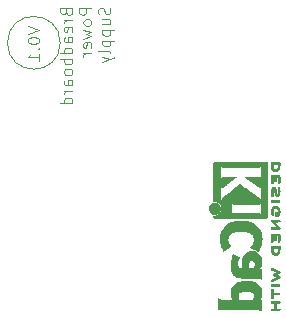
<source format=gbo>
%TF.GenerationSoftware,KiCad,Pcbnew,8.0.3*%
%TF.CreationDate,2024-07-22T06:59:44+03:00*%
%TF.ProjectId,Project 2 - Breadboard Power Supply,50726f6a-6563-4742-9032-202d20427265,rev?*%
%TF.SameCoordinates,Original*%
%TF.FileFunction,Legend,Bot*%
%TF.FilePolarity,Positive*%
%FSLAX46Y46*%
G04 Gerber Fmt 4.6, Leading zero omitted, Abs format (unit mm)*
G04 Created by KiCad (PCBNEW 8.0.3) date 2024-07-22 06:59:44*
%MOMM*%
%LPD*%
G01*
G04 APERTURE LIST*
%ADD10C,0.100000*%
%ADD11C,0.010000*%
G04 APERTURE END LIST*
D10*
X143128721Y-86837217D02*
X143176340Y-86980074D01*
X143176340Y-86980074D02*
X143223959Y-87027693D01*
X143223959Y-87027693D02*
X143319197Y-87075312D01*
X143319197Y-87075312D02*
X143462054Y-87075312D01*
X143462054Y-87075312D02*
X143557292Y-87027693D01*
X143557292Y-87027693D02*
X143604912Y-86980074D01*
X143604912Y-86980074D02*
X143652531Y-86884836D01*
X143652531Y-86884836D02*
X143652531Y-86503884D01*
X143652531Y-86503884D02*
X142652531Y-86503884D01*
X142652531Y-86503884D02*
X142652531Y-86837217D01*
X142652531Y-86837217D02*
X142700150Y-86932455D01*
X142700150Y-86932455D02*
X142747769Y-86980074D01*
X142747769Y-86980074D02*
X142843007Y-87027693D01*
X142843007Y-87027693D02*
X142938245Y-87027693D01*
X142938245Y-87027693D02*
X143033483Y-86980074D01*
X143033483Y-86980074D02*
X143081102Y-86932455D01*
X143081102Y-86932455D02*
X143128721Y-86837217D01*
X143128721Y-86837217D02*
X143128721Y-86503884D01*
X143652531Y-87503884D02*
X142985864Y-87503884D01*
X143176340Y-87503884D02*
X143081102Y-87551503D01*
X143081102Y-87551503D02*
X143033483Y-87599122D01*
X143033483Y-87599122D02*
X142985864Y-87694360D01*
X142985864Y-87694360D02*
X142985864Y-87789598D01*
X143604912Y-88503884D02*
X143652531Y-88408646D01*
X143652531Y-88408646D02*
X143652531Y-88218170D01*
X143652531Y-88218170D02*
X143604912Y-88122932D01*
X143604912Y-88122932D02*
X143509673Y-88075313D01*
X143509673Y-88075313D02*
X143128721Y-88075313D01*
X143128721Y-88075313D02*
X143033483Y-88122932D01*
X143033483Y-88122932D02*
X142985864Y-88218170D01*
X142985864Y-88218170D02*
X142985864Y-88408646D01*
X142985864Y-88408646D02*
X143033483Y-88503884D01*
X143033483Y-88503884D02*
X143128721Y-88551503D01*
X143128721Y-88551503D02*
X143223959Y-88551503D01*
X143223959Y-88551503D02*
X143319197Y-88075313D01*
X143652531Y-89408646D02*
X143128721Y-89408646D01*
X143128721Y-89408646D02*
X143033483Y-89361027D01*
X143033483Y-89361027D02*
X142985864Y-89265789D01*
X142985864Y-89265789D02*
X142985864Y-89075313D01*
X142985864Y-89075313D02*
X143033483Y-88980075D01*
X143604912Y-89408646D02*
X143652531Y-89313408D01*
X143652531Y-89313408D02*
X143652531Y-89075313D01*
X143652531Y-89075313D02*
X143604912Y-88980075D01*
X143604912Y-88980075D02*
X143509673Y-88932456D01*
X143509673Y-88932456D02*
X143414435Y-88932456D01*
X143414435Y-88932456D02*
X143319197Y-88980075D01*
X143319197Y-88980075D02*
X143271578Y-89075313D01*
X143271578Y-89075313D02*
X143271578Y-89313408D01*
X143271578Y-89313408D02*
X143223959Y-89408646D01*
X143652531Y-90313408D02*
X142652531Y-90313408D01*
X143604912Y-90313408D02*
X143652531Y-90218170D01*
X143652531Y-90218170D02*
X143652531Y-90027694D01*
X143652531Y-90027694D02*
X143604912Y-89932456D01*
X143604912Y-89932456D02*
X143557292Y-89884837D01*
X143557292Y-89884837D02*
X143462054Y-89837218D01*
X143462054Y-89837218D02*
X143176340Y-89837218D01*
X143176340Y-89837218D02*
X143081102Y-89884837D01*
X143081102Y-89884837D02*
X143033483Y-89932456D01*
X143033483Y-89932456D02*
X142985864Y-90027694D01*
X142985864Y-90027694D02*
X142985864Y-90218170D01*
X142985864Y-90218170D02*
X143033483Y-90313408D01*
X143652531Y-90789599D02*
X142652531Y-90789599D01*
X143033483Y-90789599D02*
X142985864Y-90884837D01*
X142985864Y-90884837D02*
X142985864Y-91075313D01*
X142985864Y-91075313D02*
X143033483Y-91170551D01*
X143033483Y-91170551D02*
X143081102Y-91218170D01*
X143081102Y-91218170D02*
X143176340Y-91265789D01*
X143176340Y-91265789D02*
X143462054Y-91265789D01*
X143462054Y-91265789D02*
X143557292Y-91218170D01*
X143557292Y-91218170D02*
X143604912Y-91170551D01*
X143604912Y-91170551D02*
X143652531Y-91075313D01*
X143652531Y-91075313D02*
X143652531Y-90884837D01*
X143652531Y-90884837D02*
X143604912Y-90789599D01*
X143652531Y-91837218D02*
X143604912Y-91741980D01*
X143604912Y-91741980D02*
X143557292Y-91694361D01*
X143557292Y-91694361D02*
X143462054Y-91646742D01*
X143462054Y-91646742D02*
X143176340Y-91646742D01*
X143176340Y-91646742D02*
X143081102Y-91694361D01*
X143081102Y-91694361D02*
X143033483Y-91741980D01*
X143033483Y-91741980D02*
X142985864Y-91837218D01*
X142985864Y-91837218D02*
X142985864Y-91980075D01*
X142985864Y-91980075D02*
X143033483Y-92075313D01*
X143033483Y-92075313D02*
X143081102Y-92122932D01*
X143081102Y-92122932D02*
X143176340Y-92170551D01*
X143176340Y-92170551D02*
X143462054Y-92170551D01*
X143462054Y-92170551D02*
X143557292Y-92122932D01*
X143557292Y-92122932D02*
X143604912Y-92075313D01*
X143604912Y-92075313D02*
X143652531Y-91980075D01*
X143652531Y-91980075D02*
X143652531Y-91837218D01*
X143652531Y-93027694D02*
X143128721Y-93027694D01*
X143128721Y-93027694D02*
X143033483Y-92980075D01*
X143033483Y-92980075D02*
X142985864Y-92884837D01*
X142985864Y-92884837D02*
X142985864Y-92694361D01*
X142985864Y-92694361D02*
X143033483Y-92599123D01*
X143604912Y-93027694D02*
X143652531Y-92932456D01*
X143652531Y-92932456D02*
X143652531Y-92694361D01*
X143652531Y-92694361D02*
X143604912Y-92599123D01*
X143604912Y-92599123D02*
X143509673Y-92551504D01*
X143509673Y-92551504D02*
X143414435Y-92551504D01*
X143414435Y-92551504D02*
X143319197Y-92599123D01*
X143319197Y-92599123D02*
X143271578Y-92694361D01*
X143271578Y-92694361D02*
X143271578Y-92932456D01*
X143271578Y-92932456D02*
X143223959Y-93027694D01*
X143652531Y-93503885D02*
X142985864Y-93503885D01*
X143176340Y-93503885D02*
X143081102Y-93551504D01*
X143081102Y-93551504D02*
X143033483Y-93599123D01*
X143033483Y-93599123D02*
X142985864Y-93694361D01*
X142985864Y-93694361D02*
X142985864Y-93789599D01*
X143652531Y-94551504D02*
X142652531Y-94551504D01*
X143604912Y-94551504D02*
X143652531Y-94456266D01*
X143652531Y-94456266D02*
X143652531Y-94265790D01*
X143652531Y-94265790D02*
X143604912Y-94170552D01*
X143604912Y-94170552D02*
X143557292Y-94122933D01*
X143557292Y-94122933D02*
X143462054Y-94075314D01*
X143462054Y-94075314D02*
X143176340Y-94075314D01*
X143176340Y-94075314D02*
X143081102Y-94122933D01*
X143081102Y-94122933D02*
X143033483Y-94170552D01*
X143033483Y-94170552D02*
X142985864Y-94265790D01*
X142985864Y-94265790D02*
X142985864Y-94456266D01*
X142985864Y-94456266D02*
X143033483Y-94551504D01*
X145262475Y-86503884D02*
X144262475Y-86503884D01*
X144262475Y-86503884D02*
X144262475Y-86884836D01*
X144262475Y-86884836D02*
X144310094Y-86980074D01*
X144310094Y-86980074D02*
X144357713Y-87027693D01*
X144357713Y-87027693D02*
X144452951Y-87075312D01*
X144452951Y-87075312D02*
X144595808Y-87075312D01*
X144595808Y-87075312D02*
X144691046Y-87027693D01*
X144691046Y-87027693D02*
X144738665Y-86980074D01*
X144738665Y-86980074D02*
X144786284Y-86884836D01*
X144786284Y-86884836D02*
X144786284Y-86503884D01*
X145262475Y-87646741D02*
X145214856Y-87551503D01*
X145214856Y-87551503D02*
X145167236Y-87503884D01*
X145167236Y-87503884D02*
X145071998Y-87456265D01*
X145071998Y-87456265D02*
X144786284Y-87456265D01*
X144786284Y-87456265D02*
X144691046Y-87503884D01*
X144691046Y-87503884D02*
X144643427Y-87551503D01*
X144643427Y-87551503D02*
X144595808Y-87646741D01*
X144595808Y-87646741D02*
X144595808Y-87789598D01*
X144595808Y-87789598D02*
X144643427Y-87884836D01*
X144643427Y-87884836D02*
X144691046Y-87932455D01*
X144691046Y-87932455D02*
X144786284Y-87980074D01*
X144786284Y-87980074D02*
X145071998Y-87980074D01*
X145071998Y-87980074D02*
X145167236Y-87932455D01*
X145167236Y-87932455D02*
X145214856Y-87884836D01*
X145214856Y-87884836D02*
X145262475Y-87789598D01*
X145262475Y-87789598D02*
X145262475Y-87646741D01*
X144595808Y-88313408D02*
X145262475Y-88503884D01*
X145262475Y-88503884D02*
X144786284Y-88694360D01*
X144786284Y-88694360D02*
X145262475Y-88884836D01*
X145262475Y-88884836D02*
X144595808Y-89075312D01*
X145214856Y-89837217D02*
X145262475Y-89741979D01*
X145262475Y-89741979D02*
X145262475Y-89551503D01*
X145262475Y-89551503D02*
X145214856Y-89456265D01*
X145214856Y-89456265D02*
X145119617Y-89408646D01*
X145119617Y-89408646D02*
X144738665Y-89408646D01*
X144738665Y-89408646D02*
X144643427Y-89456265D01*
X144643427Y-89456265D02*
X144595808Y-89551503D01*
X144595808Y-89551503D02*
X144595808Y-89741979D01*
X144595808Y-89741979D02*
X144643427Y-89837217D01*
X144643427Y-89837217D02*
X144738665Y-89884836D01*
X144738665Y-89884836D02*
X144833903Y-89884836D01*
X144833903Y-89884836D02*
X144929141Y-89408646D01*
X145262475Y-90313408D02*
X144595808Y-90313408D01*
X144786284Y-90313408D02*
X144691046Y-90361027D01*
X144691046Y-90361027D02*
X144643427Y-90408646D01*
X144643427Y-90408646D02*
X144595808Y-90503884D01*
X144595808Y-90503884D02*
X144595808Y-90599122D01*
X146824800Y-86456265D02*
X146872419Y-86599122D01*
X146872419Y-86599122D02*
X146872419Y-86837217D01*
X146872419Y-86837217D02*
X146824800Y-86932455D01*
X146824800Y-86932455D02*
X146777180Y-86980074D01*
X146777180Y-86980074D02*
X146681942Y-87027693D01*
X146681942Y-87027693D02*
X146586704Y-87027693D01*
X146586704Y-87027693D02*
X146491466Y-86980074D01*
X146491466Y-86980074D02*
X146443847Y-86932455D01*
X146443847Y-86932455D02*
X146396228Y-86837217D01*
X146396228Y-86837217D02*
X146348609Y-86646741D01*
X146348609Y-86646741D02*
X146300990Y-86551503D01*
X146300990Y-86551503D02*
X146253371Y-86503884D01*
X146253371Y-86503884D02*
X146158133Y-86456265D01*
X146158133Y-86456265D02*
X146062895Y-86456265D01*
X146062895Y-86456265D02*
X145967657Y-86503884D01*
X145967657Y-86503884D02*
X145920038Y-86551503D01*
X145920038Y-86551503D02*
X145872419Y-86646741D01*
X145872419Y-86646741D02*
X145872419Y-86884836D01*
X145872419Y-86884836D02*
X145920038Y-87027693D01*
X146205752Y-87884836D02*
X146872419Y-87884836D01*
X146205752Y-87456265D02*
X146729561Y-87456265D01*
X146729561Y-87456265D02*
X146824800Y-87503884D01*
X146824800Y-87503884D02*
X146872419Y-87599122D01*
X146872419Y-87599122D02*
X146872419Y-87741979D01*
X146872419Y-87741979D02*
X146824800Y-87837217D01*
X146824800Y-87837217D02*
X146777180Y-87884836D01*
X146205752Y-88361027D02*
X147205752Y-88361027D01*
X146253371Y-88361027D02*
X146205752Y-88456265D01*
X146205752Y-88456265D02*
X146205752Y-88646741D01*
X146205752Y-88646741D02*
X146253371Y-88741979D01*
X146253371Y-88741979D02*
X146300990Y-88789598D01*
X146300990Y-88789598D02*
X146396228Y-88837217D01*
X146396228Y-88837217D02*
X146681942Y-88837217D01*
X146681942Y-88837217D02*
X146777180Y-88789598D01*
X146777180Y-88789598D02*
X146824800Y-88741979D01*
X146824800Y-88741979D02*
X146872419Y-88646741D01*
X146872419Y-88646741D02*
X146872419Y-88456265D01*
X146872419Y-88456265D02*
X146824800Y-88361027D01*
X146205752Y-89265789D02*
X147205752Y-89265789D01*
X146253371Y-89265789D02*
X146205752Y-89361027D01*
X146205752Y-89361027D02*
X146205752Y-89551503D01*
X146205752Y-89551503D02*
X146253371Y-89646741D01*
X146253371Y-89646741D02*
X146300990Y-89694360D01*
X146300990Y-89694360D02*
X146396228Y-89741979D01*
X146396228Y-89741979D02*
X146681942Y-89741979D01*
X146681942Y-89741979D02*
X146777180Y-89694360D01*
X146777180Y-89694360D02*
X146824800Y-89646741D01*
X146824800Y-89646741D02*
X146872419Y-89551503D01*
X146872419Y-89551503D02*
X146872419Y-89361027D01*
X146872419Y-89361027D02*
X146824800Y-89265789D01*
X146872419Y-90313408D02*
X146824800Y-90218170D01*
X146824800Y-90218170D02*
X146729561Y-90170551D01*
X146729561Y-90170551D02*
X145872419Y-90170551D01*
X146205752Y-90599123D02*
X146872419Y-90837218D01*
X146205752Y-91075313D02*
X146872419Y-90837218D01*
X146872419Y-90837218D02*
X147110514Y-90741980D01*
X147110514Y-90741980D02*
X147158133Y-90694361D01*
X147158133Y-90694361D02*
X147205752Y-90599123D01*
X142636068Y-89436067D02*
G75*
G02*
X138163932Y-89436067I-2236068J0D01*
G01*
X138163932Y-89436067D02*
G75*
G02*
X142636068Y-89436067I2236068J0D01*
G01*
X139872419Y-87997094D02*
X140872419Y-88330427D01*
X140872419Y-88330427D02*
X139872419Y-88663760D01*
X139872419Y-89187570D02*
X139872419Y-89282808D01*
X139872419Y-89282808D02*
X139920038Y-89378046D01*
X139920038Y-89378046D02*
X139967657Y-89425665D01*
X139967657Y-89425665D02*
X140062895Y-89473284D01*
X140062895Y-89473284D02*
X140253371Y-89520903D01*
X140253371Y-89520903D02*
X140491466Y-89520903D01*
X140491466Y-89520903D02*
X140681942Y-89473284D01*
X140681942Y-89473284D02*
X140777180Y-89425665D01*
X140777180Y-89425665D02*
X140824800Y-89378046D01*
X140824800Y-89378046D02*
X140872419Y-89282808D01*
X140872419Y-89282808D02*
X140872419Y-89187570D01*
X140872419Y-89187570D02*
X140824800Y-89092332D01*
X140824800Y-89092332D02*
X140777180Y-89044713D01*
X140777180Y-89044713D02*
X140681942Y-88997094D01*
X140681942Y-88997094D02*
X140491466Y-88949475D01*
X140491466Y-88949475D02*
X140253371Y-88949475D01*
X140253371Y-88949475D02*
X140062895Y-88997094D01*
X140062895Y-88997094D02*
X139967657Y-89044713D01*
X139967657Y-89044713D02*
X139920038Y-89092332D01*
X139920038Y-89092332D02*
X139872419Y-89187570D01*
X140777180Y-89949475D02*
X140824800Y-89997094D01*
X140824800Y-89997094D02*
X140872419Y-89949475D01*
X140872419Y-89949475D02*
X140824800Y-89901856D01*
X140824800Y-89901856D02*
X140777180Y-89949475D01*
X140777180Y-89949475D02*
X140872419Y-89949475D01*
X140872419Y-90949474D02*
X140872419Y-90378046D01*
X140872419Y-90663760D02*
X139872419Y-90663760D01*
X139872419Y-90663760D02*
X140015276Y-90568522D01*
X140015276Y-90568522D02*
X140110514Y-90473284D01*
X140110514Y-90473284D02*
X140158133Y-90378046D01*
D11*
%TO.C,REF\u002A\u002A*%
X161181264Y-109918873D02*
X161198739Y-109950233D01*
X161199575Y-109986034D01*
X161179082Y-110017472D01*
X161174416Y-110021348D01*
X161164949Y-110026814D01*
X161151267Y-110031021D01*
X161130748Y-110034133D01*
X161100768Y-110036313D01*
X161058704Y-110037724D01*
X161001932Y-110038529D01*
X160927830Y-110038893D01*
X160833773Y-110038978D01*
X160512227Y-110038978D01*
X160490647Y-110012327D01*
X160475877Y-109988614D01*
X160469067Y-109965600D01*
X160474949Y-109944594D01*
X160490647Y-109918873D01*
X160512227Y-109892222D01*
X161159684Y-109892222D01*
X161181264Y-109918873D01*
G36*
X161181264Y-109918873D02*
G01*
X161198739Y-109950233D01*
X161199575Y-109986034D01*
X161179082Y-110017472D01*
X161174416Y-110021348D01*
X161164949Y-110026814D01*
X161151267Y-110031021D01*
X161130748Y-110034133D01*
X161100768Y-110036313D01*
X161058704Y-110037724D01*
X161001932Y-110038529D01*
X160927830Y-110038893D01*
X160833773Y-110038978D01*
X160512227Y-110038978D01*
X160490647Y-110012327D01*
X160475877Y-109988614D01*
X160469067Y-109965600D01*
X160474949Y-109944594D01*
X160490647Y-109918873D01*
X160512227Y-109892222D01*
X161159684Y-109892222D01*
X161181264Y-109918873D01*
G37*
X160921567Y-102752041D02*
X160995789Y-102752299D01*
X161052541Y-102752970D01*
X161094512Y-102754248D01*
X161124389Y-102756327D01*
X161144861Y-102759401D01*
X161158614Y-102763666D01*
X161168337Y-102769316D01*
X161176717Y-102776545D01*
X161198181Y-102808009D01*
X161199947Y-102843174D01*
X161180267Y-102876178D01*
X161174398Y-102881484D01*
X161165314Y-102886934D01*
X161151973Y-102891100D01*
X161131757Y-102894154D01*
X161102049Y-102896268D01*
X161060232Y-102897614D01*
X161003689Y-102898362D01*
X160929802Y-102898686D01*
X160835956Y-102898755D01*
X160760294Y-102898716D01*
X160682385Y-102898461D01*
X160622375Y-102897817D01*
X160577648Y-102896613D01*
X160545585Y-102894676D01*
X160523571Y-102891836D01*
X160508987Y-102887921D01*
X160499218Y-102882758D01*
X160491645Y-102876178D01*
X160472623Y-102846994D01*
X160473463Y-102813863D01*
X160496776Y-102779709D01*
X160524485Y-102752000D01*
X160837537Y-102752000D01*
X160921567Y-102752041D01*
G36*
X160921567Y-102752041D02*
G01*
X160995789Y-102752299D01*
X161052541Y-102752970D01*
X161094512Y-102754248D01*
X161124389Y-102756327D01*
X161144861Y-102759401D01*
X161158614Y-102763666D01*
X161168337Y-102769316D01*
X161176717Y-102776545D01*
X161198181Y-102808009D01*
X161199947Y-102843174D01*
X161180267Y-102876178D01*
X161174398Y-102881484D01*
X161165314Y-102886934D01*
X161151973Y-102891100D01*
X161131757Y-102894154D01*
X161102049Y-102896268D01*
X161060232Y-102897614D01*
X161003689Y-102898362D01*
X160929802Y-102898686D01*
X160835956Y-102898755D01*
X160760294Y-102898716D01*
X160682385Y-102898461D01*
X160622375Y-102897817D01*
X160577648Y-102896613D01*
X160545585Y-102894676D01*
X160523571Y-102891836D01*
X160508987Y-102887921D01*
X160499218Y-102882758D01*
X160491645Y-102876178D01*
X160472623Y-102846994D01*
X160473463Y-102813863D01*
X160496776Y-102779709D01*
X160524485Y-102752000D01*
X160837537Y-102752000D01*
X160921567Y-102752041D01*
G37*
X155734307Y-102995331D02*
X155775450Y-102997540D01*
X155807582Y-103003106D01*
X155838122Y-103013414D01*
X155874489Y-103029852D01*
X155901728Y-103043800D01*
X155987429Y-103102335D01*
X156056617Y-103174381D01*
X156107741Y-103258053D01*
X156139250Y-103351469D01*
X156146225Y-103384566D01*
X156153094Y-103425040D01*
X156154919Y-103458001D01*
X156151947Y-103492302D01*
X156144426Y-103536800D01*
X156132002Y-103588066D01*
X156094112Y-103678566D01*
X156039836Y-103757655D01*
X155971770Y-103823472D01*
X155892511Y-103874160D01*
X155804654Y-103907860D01*
X155710795Y-103922714D01*
X155613530Y-103916864D01*
X155517220Y-103890601D01*
X155428494Y-103845582D01*
X155353419Y-103784627D01*
X155293641Y-103709816D01*
X155250809Y-103623232D01*
X155226571Y-103526957D01*
X155222576Y-103423072D01*
X155232850Y-103345438D01*
X155260053Y-103262687D01*
X155305484Y-103187594D01*
X155371302Y-103115702D01*
X155415567Y-103077154D01*
X155473961Y-103037744D01*
X155534586Y-103012554D01*
X155603865Y-102999139D01*
X155688222Y-102995052D01*
X155734307Y-102995331D01*
G36*
X155734307Y-102995331D02*
G01*
X155775450Y-102997540D01*
X155807582Y-103003106D01*
X155838122Y-103013414D01*
X155874489Y-103029852D01*
X155901728Y-103043800D01*
X155987429Y-103102335D01*
X156056617Y-103174381D01*
X156107741Y-103258053D01*
X156139250Y-103351469D01*
X156146225Y-103384566D01*
X156153094Y-103425040D01*
X156154919Y-103458001D01*
X156151947Y-103492302D01*
X156144426Y-103536800D01*
X156132002Y-103588066D01*
X156094112Y-103678566D01*
X156039836Y-103757655D01*
X155971770Y-103823472D01*
X155892511Y-103874160D01*
X155804654Y-103907860D01*
X155710795Y-103922714D01*
X155613530Y-103916864D01*
X155517220Y-103890601D01*
X155428494Y-103845582D01*
X155353419Y-103784627D01*
X155293641Y-103709816D01*
X155250809Y-103623232D01*
X155226571Y-103526957D01*
X155222576Y-103423072D01*
X155232850Y-103345438D01*
X155260053Y-103262687D01*
X155305484Y-103187594D01*
X155371302Y-103115702D01*
X155415567Y-103077154D01*
X155473961Y-103037744D01*
X155534586Y-103012554D01*
X155603865Y-102999139D01*
X155688222Y-102995052D01*
X155734307Y-102995331D01*
G37*
X160595178Y-110289083D02*
X160596631Y-110290443D01*
X160604992Y-110301646D01*
X160610547Y-110318748D01*
X160613840Y-110345918D01*
X160615418Y-110387322D01*
X160615822Y-110447127D01*
X160615822Y-110586489D01*
X160879589Y-110586489D01*
X160955417Y-110586564D01*
X161022083Y-110586972D01*
X161071867Y-110587954D01*
X161107784Y-110589750D01*
X161132850Y-110592601D01*
X161150081Y-110596747D01*
X161162492Y-110602429D01*
X161173100Y-110609886D01*
X161175906Y-110612176D01*
X161198548Y-110643354D01*
X161200112Y-110677734D01*
X161180267Y-110710666D01*
X161172191Y-110717645D01*
X161161593Y-110723117D01*
X161145749Y-110727137D01*
X161121773Y-110729928D01*
X161086774Y-110731712D01*
X161037864Y-110732711D01*
X160972154Y-110733148D01*
X160886756Y-110733244D01*
X160615822Y-110733244D01*
X160615822Y-110879180D01*
X160615821Y-110890280D01*
X160615596Y-110946798D01*
X160614457Y-110985642D01*
X160611657Y-111011035D01*
X160606450Y-111027196D01*
X160598089Y-111038348D01*
X160585826Y-111048711D01*
X160555138Y-111064559D01*
X160521358Y-111061457D01*
X160488822Y-111035813D01*
X160485105Y-111030871D01*
X160480269Y-111020662D01*
X160476506Y-111005236D01*
X160473683Y-110982114D01*
X160471670Y-110948817D01*
X160470333Y-110902863D01*
X160469542Y-110841772D01*
X160469163Y-110763065D01*
X160469067Y-110664260D01*
X160469068Y-110644233D01*
X160469158Y-110550110D01*
X160469498Y-110475595D01*
X160470239Y-110418189D01*
X160471535Y-110375389D01*
X160473537Y-110344696D01*
X160476396Y-110323609D01*
X160480266Y-110309627D01*
X160485298Y-110300250D01*
X160491645Y-110292978D01*
X160524362Y-110274172D01*
X160561939Y-110272725D01*
X160595178Y-110289083D01*
G36*
X160595178Y-110289083D02*
G01*
X160596631Y-110290443D01*
X160604992Y-110301646D01*
X160610547Y-110318748D01*
X160613840Y-110345918D01*
X160615418Y-110387322D01*
X160615822Y-110447127D01*
X160615822Y-110586489D01*
X160879589Y-110586489D01*
X160955417Y-110586564D01*
X161022083Y-110586972D01*
X161071867Y-110587954D01*
X161107784Y-110589750D01*
X161132850Y-110592601D01*
X161150081Y-110596747D01*
X161162492Y-110602429D01*
X161173100Y-110609886D01*
X161175906Y-110612176D01*
X161198548Y-110643354D01*
X161200112Y-110677734D01*
X161180267Y-110710666D01*
X161172191Y-110717645D01*
X161161593Y-110723117D01*
X161145749Y-110727137D01*
X161121773Y-110729928D01*
X161086774Y-110731712D01*
X161037864Y-110732711D01*
X160972154Y-110733148D01*
X160886756Y-110733244D01*
X160615822Y-110733244D01*
X160615822Y-110879180D01*
X160615821Y-110890280D01*
X160615596Y-110946798D01*
X160614457Y-110985642D01*
X160611657Y-111011035D01*
X160606450Y-111027196D01*
X160598089Y-111038348D01*
X160585826Y-111048711D01*
X160555138Y-111064559D01*
X160521358Y-111061457D01*
X160488822Y-111035813D01*
X160485105Y-111030871D01*
X160480269Y-111020662D01*
X160476506Y-111005236D01*
X160473683Y-110982114D01*
X160471670Y-110948817D01*
X160470333Y-110902863D01*
X160469542Y-110841772D01*
X160469163Y-110763065D01*
X160469067Y-110664260D01*
X160469068Y-110644233D01*
X160469158Y-110550110D01*
X160469498Y-110475595D01*
X160470239Y-110418189D01*
X160471535Y-110375389D01*
X160473537Y-110344696D01*
X160476396Y-110323609D01*
X160480266Y-110309627D01*
X160485298Y-110300250D01*
X160491645Y-110292978D01*
X160524362Y-110274172D01*
X160561939Y-110272725D01*
X160595178Y-110289083D01*
G37*
X160877631Y-111296891D02*
X160994000Y-111297375D01*
X161008175Y-111297443D01*
X161069937Y-111298029D01*
X161113620Y-111299352D01*
X161143001Y-111301897D01*
X161161855Y-111306152D01*
X161173959Y-111312604D01*
X161183089Y-111321738D01*
X161200506Y-111355196D01*
X161197604Y-111390144D01*
X161173100Y-111421047D01*
X161159897Y-111430056D01*
X161141361Y-111437508D01*
X161115333Y-111441876D01*
X161076787Y-111443931D01*
X161020700Y-111444444D01*
X160898045Y-111444444D01*
X160898045Y-111941155D01*
X161032871Y-111941155D01*
X161068662Y-111941228D01*
X161114992Y-111941991D01*
X161145526Y-111944167D01*
X161164557Y-111948464D01*
X161176374Y-111955588D01*
X161185271Y-111966245D01*
X161200341Y-111998496D01*
X161197673Y-112033783D01*
X161173100Y-112064514D01*
X161166845Y-112069169D01*
X161156321Y-112075105D01*
X161142391Y-112079636D01*
X161122317Y-112082952D01*
X161093360Y-112085241D01*
X161052780Y-112086692D01*
X160997840Y-112087495D01*
X160925799Y-112087838D01*
X160833920Y-112087911D01*
X160524485Y-112087911D01*
X160496776Y-112060202D01*
X160474533Y-112028823D01*
X160471844Y-111995594D01*
X160491645Y-111963733D01*
X160501415Y-111955447D01*
X160517307Y-111948035D01*
X160541275Y-111943698D01*
X160578148Y-111941662D01*
X160632756Y-111941155D01*
X160751289Y-111941155D01*
X160751289Y-111444444D01*
X160635776Y-111444444D01*
X160584078Y-111444006D01*
X160549554Y-111442042D01*
X160526978Y-111437526D01*
X160511126Y-111429433D01*
X160496776Y-111416735D01*
X160474533Y-111385357D01*
X160471844Y-111352128D01*
X160491645Y-111320266D01*
X160497835Y-111314634D01*
X160506041Y-111309544D01*
X160517817Y-111305457D01*
X160535276Y-111302279D01*
X160560530Y-111299913D01*
X160595690Y-111298262D01*
X160642869Y-111297231D01*
X160704177Y-111296723D01*
X160781727Y-111296641D01*
X160877631Y-111296891D01*
G36*
X160877631Y-111296891D02*
G01*
X160994000Y-111297375D01*
X161008175Y-111297443D01*
X161069937Y-111298029D01*
X161113620Y-111299352D01*
X161143001Y-111301897D01*
X161161855Y-111306152D01*
X161173959Y-111312604D01*
X161183089Y-111321738D01*
X161200506Y-111355196D01*
X161197604Y-111390144D01*
X161173100Y-111421047D01*
X161159897Y-111430056D01*
X161141361Y-111437508D01*
X161115333Y-111441876D01*
X161076787Y-111443931D01*
X161020700Y-111444444D01*
X160898045Y-111444444D01*
X160898045Y-111941155D01*
X161032871Y-111941155D01*
X161068662Y-111941228D01*
X161114992Y-111941991D01*
X161145526Y-111944167D01*
X161164557Y-111948464D01*
X161176374Y-111955588D01*
X161185271Y-111966245D01*
X161200341Y-111998496D01*
X161197673Y-112033783D01*
X161173100Y-112064514D01*
X161166845Y-112069169D01*
X161156321Y-112075105D01*
X161142391Y-112079636D01*
X161122317Y-112082952D01*
X161093360Y-112085241D01*
X161052780Y-112086692D01*
X160997840Y-112087495D01*
X160925799Y-112087838D01*
X160833920Y-112087911D01*
X160524485Y-112087911D01*
X160496776Y-112060202D01*
X160474533Y-112028823D01*
X160471844Y-111995594D01*
X160491645Y-111963733D01*
X160501415Y-111955447D01*
X160517307Y-111948035D01*
X160541275Y-111943698D01*
X160578148Y-111941662D01*
X160632756Y-111941155D01*
X160751289Y-111941155D01*
X160751289Y-111444444D01*
X160635776Y-111444444D01*
X160584078Y-111444006D01*
X160549554Y-111442042D01*
X160526978Y-111437526D01*
X160511126Y-111429433D01*
X160496776Y-111416735D01*
X160474533Y-111385357D01*
X160471844Y-111352128D01*
X160491645Y-111320266D01*
X160497835Y-111314634D01*
X160506041Y-111309544D01*
X160517817Y-111305457D01*
X160535276Y-111302279D01*
X160560530Y-111299913D01*
X160595690Y-111298262D01*
X160642869Y-111297231D01*
X160704177Y-111296723D01*
X160781727Y-111296641D01*
X160877631Y-111296891D01*
G37*
X160895526Y-106612825D02*
X160974311Y-106613050D01*
X161035021Y-106613668D01*
X161056089Y-106614225D01*
X161080396Y-106614867D01*
X161113175Y-106616837D01*
X161136095Y-106619765D01*
X161151897Y-106623842D01*
X161163319Y-106629257D01*
X161173100Y-106636197D01*
X161202845Y-106659594D01*
X161202251Y-106825286D01*
X161201953Y-106860082D01*
X161198522Y-106958565D01*
X161190839Y-107039527D01*
X161178282Y-107106621D01*
X161160227Y-107163504D01*
X161136052Y-107213831D01*
X161134135Y-107217190D01*
X161097417Y-107275002D01*
X161060451Y-107317356D01*
X161016966Y-107350172D01*
X160960689Y-107379372D01*
X160951073Y-107383654D01*
X160887887Y-107406231D01*
X160832509Y-107413203D01*
X160777483Y-107404601D01*
X160715351Y-107380459D01*
X160713658Y-107379663D01*
X160644236Y-107339212D01*
X160587638Y-107288527D01*
X160543070Y-107225802D01*
X160509741Y-107149226D01*
X160486861Y-107056991D01*
X160473636Y-106947288D01*
X160469275Y-106818309D01*
X160469270Y-106814737D01*
X160469372Y-106770844D01*
X160615822Y-106770844D01*
X160616270Y-106858333D01*
X160618746Y-106925253D01*
X160629998Y-107017651D01*
X160649537Y-107096966D01*
X160676511Y-107158940D01*
X160697240Y-107189880D01*
X160727006Y-107218000D01*
X160769434Y-107241340D01*
X160785400Y-107248467D01*
X160817902Y-107260291D01*
X160842333Y-107262721D01*
X160867061Y-107257108D01*
X160882939Y-107251382D01*
X160942847Y-107218452D01*
X160988600Y-107171114D01*
X161021736Y-107107348D01*
X161043790Y-107025139D01*
X161044292Y-107022345D01*
X161050255Y-106976060D01*
X161054483Y-106919664D01*
X161056089Y-106864726D01*
X161056089Y-106770844D01*
X160615822Y-106770844D01*
X160469372Y-106770844D01*
X160469410Y-106754717D01*
X160470446Y-106712786D01*
X160473040Y-106684672D01*
X160477853Y-106666103D01*
X160485544Y-106652806D01*
X160496776Y-106640509D01*
X160524485Y-106612800D01*
X160833920Y-106612800D01*
X160895526Y-106612825D01*
G36*
X160895526Y-106612825D02*
G01*
X160974311Y-106613050D01*
X161035021Y-106613668D01*
X161056089Y-106614225D01*
X161080396Y-106614867D01*
X161113175Y-106616837D01*
X161136095Y-106619765D01*
X161151897Y-106623842D01*
X161163319Y-106629257D01*
X161173100Y-106636197D01*
X161202845Y-106659594D01*
X161202251Y-106825286D01*
X161201953Y-106860082D01*
X161198522Y-106958565D01*
X161190839Y-107039527D01*
X161178282Y-107106621D01*
X161160227Y-107163504D01*
X161136052Y-107213831D01*
X161134135Y-107217190D01*
X161097417Y-107275002D01*
X161060451Y-107317356D01*
X161016966Y-107350172D01*
X160960689Y-107379372D01*
X160951073Y-107383654D01*
X160887887Y-107406231D01*
X160832509Y-107413203D01*
X160777483Y-107404601D01*
X160715351Y-107380459D01*
X160713658Y-107379663D01*
X160644236Y-107339212D01*
X160587638Y-107288527D01*
X160543070Y-107225802D01*
X160509741Y-107149226D01*
X160486861Y-107056991D01*
X160473636Y-106947288D01*
X160469275Y-106818309D01*
X160469270Y-106814737D01*
X160469372Y-106770844D01*
X160615822Y-106770844D01*
X160616270Y-106858333D01*
X160618746Y-106925253D01*
X160629998Y-107017651D01*
X160649537Y-107096966D01*
X160676511Y-107158940D01*
X160697240Y-107189880D01*
X160727006Y-107218000D01*
X160769434Y-107241340D01*
X160785400Y-107248467D01*
X160817902Y-107260291D01*
X160842333Y-107262721D01*
X160867061Y-107257108D01*
X160882939Y-107251382D01*
X160942847Y-107218452D01*
X160988600Y-107171114D01*
X161021736Y-107107348D01*
X161043790Y-107025139D01*
X161044292Y-107022345D01*
X161050255Y-106976060D01*
X161054483Y-106919664D01*
X161056089Y-106864726D01*
X161056089Y-106770844D01*
X160615822Y-106770844D01*
X160469372Y-106770844D01*
X160469410Y-106754717D01*
X160470446Y-106712786D01*
X160473040Y-106684672D01*
X160477853Y-106666103D01*
X160485544Y-106652806D01*
X160496776Y-106640509D01*
X160524485Y-106612800D01*
X160833920Y-106612800D01*
X160895526Y-106612825D01*
G37*
X160835956Y-99523378D02*
X160911617Y-99523417D01*
X160989526Y-99523672D01*
X161049536Y-99524316D01*
X161094264Y-99525520D01*
X161126326Y-99527457D01*
X161148340Y-99530297D01*
X161162924Y-99534212D01*
X161172694Y-99539374D01*
X161180267Y-99545955D01*
X161186501Y-99552923D01*
X161193801Y-99565921D01*
X161198554Y-99585069D01*
X161201292Y-99614472D01*
X161202545Y-99658238D01*
X161202845Y-99720472D01*
X161202469Y-99769418D01*
X161198041Y-99876278D01*
X161187953Y-99965506D01*
X161171365Y-100040304D01*
X161147435Y-100103875D01*
X161115321Y-100159421D01*
X161074182Y-100210146D01*
X161068330Y-100216134D01*
X161019821Y-100253001D01*
X160959013Y-100284101D01*
X160894769Y-100305583D01*
X160835956Y-100313600D01*
X160814739Y-100312321D01*
X160757323Y-100300009D01*
X160697413Y-100277480D01*
X160643363Y-100248250D01*
X160603532Y-100215833D01*
X160586510Y-100196292D01*
X160547322Y-100141580D01*
X160517193Y-100081277D01*
X160495232Y-100012081D01*
X160480550Y-99930689D01*
X160472259Y-99833800D01*
X160470148Y-99746333D01*
X160615808Y-99746333D01*
X160615817Y-99749361D01*
X160617782Y-99800481D01*
X160622507Y-99860584D01*
X160629035Y-99917292D01*
X160638331Y-99967250D01*
X160664600Y-100042002D01*
X160703899Y-100099511D01*
X160756933Y-100141012D01*
X160808200Y-100162229D01*
X160856026Y-100163647D01*
X160906961Y-100145365D01*
X160952878Y-100115695D01*
X160995287Y-100068998D01*
X161025090Y-100007608D01*
X161044226Y-99928462D01*
X161044464Y-99926972D01*
X161050256Y-99878001D01*
X161054396Y-99819307D01*
X161056004Y-99763266D01*
X161056089Y-99670133D01*
X160615822Y-99670133D01*
X160615808Y-99746333D01*
X160470148Y-99746333D01*
X160469467Y-99718111D01*
X160469066Y-99678629D01*
X160468653Y-99632918D01*
X160470457Y-99597117D01*
X160476739Y-99570026D01*
X160489759Y-99550444D01*
X160511778Y-99537170D01*
X160545055Y-99529002D01*
X160591851Y-99524740D01*
X160615822Y-99524143D01*
X160654427Y-99523183D01*
X160735041Y-99523130D01*
X160835956Y-99523378D01*
G36*
X160835956Y-99523378D02*
G01*
X160911617Y-99523417D01*
X160989526Y-99523672D01*
X161049536Y-99524316D01*
X161094264Y-99525520D01*
X161126326Y-99527457D01*
X161148340Y-99530297D01*
X161162924Y-99534212D01*
X161172694Y-99539374D01*
X161180267Y-99545955D01*
X161186501Y-99552923D01*
X161193801Y-99565921D01*
X161198554Y-99585069D01*
X161201292Y-99614472D01*
X161202545Y-99658238D01*
X161202845Y-99720472D01*
X161202469Y-99769418D01*
X161198041Y-99876278D01*
X161187953Y-99965506D01*
X161171365Y-100040304D01*
X161147435Y-100103875D01*
X161115321Y-100159421D01*
X161074182Y-100210146D01*
X161068330Y-100216134D01*
X161019821Y-100253001D01*
X160959013Y-100284101D01*
X160894769Y-100305583D01*
X160835956Y-100313600D01*
X160814739Y-100312321D01*
X160757323Y-100300009D01*
X160697413Y-100277480D01*
X160643363Y-100248250D01*
X160603532Y-100215833D01*
X160586510Y-100196292D01*
X160547322Y-100141580D01*
X160517193Y-100081277D01*
X160495232Y-100012081D01*
X160480550Y-99930689D01*
X160472259Y-99833800D01*
X160470148Y-99746333D01*
X160615808Y-99746333D01*
X160615817Y-99749361D01*
X160617782Y-99800481D01*
X160622507Y-99860584D01*
X160629035Y-99917292D01*
X160638331Y-99967250D01*
X160664600Y-100042002D01*
X160703899Y-100099511D01*
X160756933Y-100141012D01*
X160808200Y-100162229D01*
X160856026Y-100163647D01*
X160906961Y-100145365D01*
X160952878Y-100115695D01*
X160995287Y-100068998D01*
X161025090Y-100007608D01*
X161044226Y-99928462D01*
X161044464Y-99926972D01*
X161050256Y-99878001D01*
X161054396Y-99819307D01*
X161056004Y-99763266D01*
X161056089Y-99670133D01*
X160615822Y-99670133D01*
X160615808Y-99746333D01*
X160470148Y-99746333D01*
X160469467Y-99718111D01*
X160469066Y-99678629D01*
X160468653Y-99632918D01*
X160470457Y-99597117D01*
X160476739Y-99570026D01*
X160489759Y-99550444D01*
X160511778Y-99537170D01*
X160545055Y-99529002D01*
X160591851Y-99524740D01*
X160615822Y-99524143D01*
X160654427Y-99523183D01*
X160735041Y-99523130D01*
X160835956Y-99523378D01*
G37*
X160894486Y-104411489D02*
X160973573Y-104411708D01*
X161034516Y-104412317D01*
X161080062Y-104413508D01*
X161112963Y-104415471D01*
X161135968Y-104418397D01*
X161151826Y-104422477D01*
X161163286Y-104427903D01*
X161173100Y-104434864D01*
X161197493Y-104465292D01*
X161200372Y-104500235D01*
X161181282Y-104537216D01*
X161177807Y-104541400D01*
X161169279Y-104549576D01*
X161157728Y-104555636D01*
X161139896Y-104560019D01*
X161112524Y-104563161D01*
X161072354Y-104565498D01*
X161016128Y-104567469D01*
X160940589Y-104569511D01*
X160721458Y-104575155D01*
X160962099Y-104840444D01*
X161028875Y-104914278D01*
X161086991Y-104979458D01*
X161131949Y-105031652D01*
X161164871Y-105072727D01*
X161186879Y-105104545D01*
X161199094Y-105128974D01*
X161202639Y-105147876D01*
X161198636Y-105163117D01*
X161188207Y-105176561D01*
X161172474Y-105190073D01*
X161163991Y-105196318D01*
X161153413Y-105201950D01*
X161139255Y-105206161D01*
X161118803Y-105209113D01*
X161089342Y-105210968D01*
X161048161Y-105211887D01*
X160992544Y-105212032D01*
X160919779Y-105211565D01*
X160827151Y-105210648D01*
X160512199Y-105207333D01*
X160490633Y-105180682D01*
X160474441Y-105154617D01*
X160471670Y-105121759D01*
X160490623Y-105087228D01*
X160494208Y-105082916D01*
X160502737Y-105074784D01*
X160514329Y-105068755D01*
X160532235Y-105064394D01*
X160559706Y-105061266D01*
X160599994Y-105058937D01*
X160656351Y-105056971D01*
X160732029Y-105054933D01*
X160951878Y-105049289D01*
X160788084Y-104868666D01*
X160709451Y-104781928D01*
X160641058Y-104706157D01*
X160585708Y-104644020D01*
X160542338Y-104593922D01*
X160509881Y-104554265D01*
X160487273Y-104523452D01*
X160473448Y-104499886D01*
X160467343Y-104481970D01*
X160467892Y-104468107D01*
X160474029Y-104456699D01*
X160484691Y-104446150D01*
X160498811Y-104434864D01*
X160504772Y-104430411D01*
X160515268Y-104424412D01*
X160529093Y-104419833D01*
X160548998Y-104416481D01*
X160577732Y-104414167D01*
X160618045Y-104412699D01*
X160672687Y-104411887D01*
X160744407Y-104411540D01*
X160835956Y-104411466D01*
X160894486Y-104411489D01*
G36*
X160894486Y-104411489D02*
G01*
X160973573Y-104411708D01*
X161034516Y-104412317D01*
X161080062Y-104413508D01*
X161112963Y-104415471D01*
X161135968Y-104418397D01*
X161151826Y-104422477D01*
X161163286Y-104427903D01*
X161173100Y-104434864D01*
X161197493Y-104465292D01*
X161200372Y-104500235D01*
X161181282Y-104537216D01*
X161177807Y-104541400D01*
X161169279Y-104549576D01*
X161157728Y-104555636D01*
X161139896Y-104560019D01*
X161112524Y-104563161D01*
X161072354Y-104565498D01*
X161016128Y-104567469D01*
X160940589Y-104569511D01*
X160721458Y-104575155D01*
X160962099Y-104840444D01*
X161028875Y-104914278D01*
X161086991Y-104979458D01*
X161131949Y-105031652D01*
X161164871Y-105072727D01*
X161186879Y-105104545D01*
X161199094Y-105128974D01*
X161202639Y-105147876D01*
X161198636Y-105163117D01*
X161188207Y-105176561D01*
X161172474Y-105190073D01*
X161163991Y-105196318D01*
X161153413Y-105201950D01*
X161139255Y-105206161D01*
X161118803Y-105209113D01*
X161089342Y-105210968D01*
X161048161Y-105211887D01*
X160992544Y-105212032D01*
X160919779Y-105211565D01*
X160827151Y-105210648D01*
X160512199Y-105207333D01*
X160490633Y-105180682D01*
X160474441Y-105154617D01*
X160471670Y-105121759D01*
X160490623Y-105087228D01*
X160494208Y-105082916D01*
X160502737Y-105074784D01*
X160514329Y-105068755D01*
X160532235Y-105064394D01*
X160559706Y-105061266D01*
X160599994Y-105058937D01*
X160656351Y-105056971D01*
X160732029Y-105054933D01*
X160951878Y-105049289D01*
X160788084Y-104868666D01*
X160709451Y-104781928D01*
X160641058Y-104706157D01*
X160585708Y-104644020D01*
X160542338Y-104593922D01*
X160509881Y-104554265D01*
X160487273Y-104523452D01*
X160473448Y-104499886D01*
X160467343Y-104481970D01*
X160467892Y-104468107D01*
X160474029Y-104456699D01*
X160484691Y-104446150D01*
X160498811Y-104434864D01*
X160504772Y-104430411D01*
X160515268Y-104424412D01*
X160529093Y-104419833D01*
X160548998Y-104416481D01*
X160577732Y-104414167D01*
X160618045Y-104412699D01*
X160672687Y-104411887D01*
X160744407Y-104411540D01*
X160835956Y-104411466D01*
X160894486Y-104411489D01*
G37*
X160854259Y-103227702D02*
X160905592Y-103240643D01*
X160962118Y-103263806D01*
X161016035Y-103293698D01*
X161059539Y-103326827D01*
X161069887Y-103337023D01*
X161121662Y-103404108D01*
X161161554Y-103484234D01*
X161185956Y-103570444D01*
X161194068Y-103625408D01*
X161200673Y-103718861D01*
X161198586Y-103808642D01*
X161188340Y-103891131D01*
X161170470Y-103962714D01*
X161145508Y-104019772D01*
X161113988Y-104058689D01*
X161112012Y-104060064D01*
X161086786Y-104067152D01*
X161039535Y-104071391D01*
X160970071Y-104072800D01*
X160907838Y-104071940D01*
X160860456Y-104067220D01*
X160828353Y-104055530D01*
X160808800Y-104033761D01*
X160799070Y-103998802D01*
X160796433Y-103947544D01*
X160798161Y-103876877D01*
X160801173Y-103828257D01*
X160809366Y-103778061D01*
X160823419Y-103745567D01*
X160844654Y-103728108D01*
X160874394Y-103723017D01*
X160878936Y-103723123D01*
X160913730Y-103731825D01*
X160937147Y-103755835D01*
X160950347Y-103797100D01*
X160954489Y-103857569D01*
X160954489Y-103926044D01*
X160992841Y-103926044D01*
X161001976Y-103925994D01*
X161019227Y-103923773D01*
X161029521Y-103914506D01*
X161036459Y-103893125D01*
X161043641Y-103854564D01*
X161044575Y-103849090D01*
X161054478Y-103752140D01*
X161051559Y-103662148D01*
X161036829Y-103581240D01*
X161011299Y-103511541D01*
X160975978Y-103455176D01*
X160931879Y-103414271D01*
X160880012Y-103390949D01*
X160821388Y-103387337D01*
X160792494Y-103392855D01*
X160736604Y-103419539D01*
X160690945Y-103465727D01*
X160656108Y-103530709D01*
X160632690Y-103613771D01*
X160628241Y-103638445D01*
X160617742Y-103727774D01*
X160618971Y-103807581D01*
X160631906Y-103885674D01*
X160638696Y-103920817D01*
X160639713Y-103966255D01*
X160627182Y-103997570D01*
X160600395Y-104017723D01*
X160572148Y-104024107D01*
X160540924Y-104014621D01*
X160527499Y-104005292D01*
X160503967Y-103971057D01*
X160486095Y-103918435D01*
X160474599Y-103849919D01*
X160470192Y-103768000D01*
X160474179Y-103670850D01*
X160490494Y-103564843D01*
X160518545Y-103471031D01*
X160557452Y-103392235D01*
X160606334Y-103331281D01*
X160639195Y-103305211D01*
X160688394Y-103275703D01*
X160742252Y-103250432D01*
X160793419Y-103232782D01*
X160834544Y-103226142D01*
X160854259Y-103227702D01*
G36*
X160854259Y-103227702D02*
G01*
X160905592Y-103240643D01*
X160962118Y-103263806D01*
X161016035Y-103293698D01*
X161059539Y-103326827D01*
X161069887Y-103337023D01*
X161121662Y-103404108D01*
X161161554Y-103484234D01*
X161185956Y-103570444D01*
X161194068Y-103625408D01*
X161200673Y-103718861D01*
X161198586Y-103808642D01*
X161188340Y-103891131D01*
X161170470Y-103962714D01*
X161145508Y-104019772D01*
X161113988Y-104058689D01*
X161112012Y-104060064D01*
X161086786Y-104067152D01*
X161039535Y-104071391D01*
X160970071Y-104072800D01*
X160907838Y-104071940D01*
X160860456Y-104067220D01*
X160828353Y-104055530D01*
X160808800Y-104033761D01*
X160799070Y-103998802D01*
X160796433Y-103947544D01*
X160798161Y-103876877D01*
X160801173Y-103828257D01*
X160809366Y-103778061D01*
X160823419Y-103745567D01*
X160844654Y-103728108D01*
X160874394Y-103723017D01*
X160878936Y-103723123D01*
X160913730Y-103731825D01*
X160937147Y-103755835D01*
X160950347Y-103797100D01*
X160954489Y-103857569D01*
X160954489Y-103926044D01*
X160992841Y-103926044D01*
X161001976Y-103925994D01*
X161019227Y-103923773D01*
X161029521Y-103914506D01*
X161036459Y-103893125D01*
X161043641Y-103854564D01*
X161044575Y-103849090D01*
X161054478Y-103752140D01*
X161051559Y-103662148D01*
X161036829Y-103581240D01*
X161011299Y-103511541D01*
X160975978Y-103455176D01*
X160931879Y-103414271D01*
X160880012Y-103390949D01*
X160821388Y-103387337D01*
X160792494Y-103392855D01*
X160736604Y-103419539D01*
X160690945Y-103465727D01*
X160656108Y-103530709D01*
X160632690Y-103613771D01*
X160628241Y-103638445D01*
X160617742Y-103727774D01*
X160618971Y-103807581D01*
X160631906Y-103885674D01*
X160638696Y-103920817D01*
X160639713Y-103966255D01*
X160627182Y-103997570D01*
X160600395Y-104017723D01*
X160572148Y-104024107D01*
X160540924Y-104014621D01*
X160527499Y-104005292D01*
X160503967Y-103971057D01*
X160486095Y-103918435D01*
X160474599Y-103849919D01*
X160470192Y-103768000D01*
X160474179Y-103670850D01*
X160490494Y-103564843D01*
X160518545Y-103471031D01*
X160557452Y-103392235D01*
X160606334Y-103331281D01*
X160639195Y-103305211D01*
X160688394Y-103275703D01*
X160742252Y-103250432D01*
X160793419Y-103232782D01*
X160834544Y-103226142D01*
X160854259Y-103227702D01*
G37*
X160906911Y-105596829D02*
X160985228Y-105597061D01*
X161045496Y-105597681D01*
X161090393Y-105598874D01*
X161122602Y-105600821D01*
X161144800Y-105603706D01*
X161159669Y-105607712D01*
X161169889Y-105613021D01*
X161178138Y-105619817D01*
X161182795Y-105624332D01*
X161189282Y-105632562D01*
X161194194Y-105643922D01*
X161197749Y-105661190D01*
X161200167Y-105687145D01*
X161201667Y-105724564D01*
X161202467Y-105776227D01*
X161202787Y-105844911D01*
X161202845Y-105933394D01*
X161202838Y-105953069D01*
X161202572Y-106040094D01*
X161201806Y-106107746D01*
X161200392Y-106158701D01*
X161198180Y-106195633D01*
X161195022Y-106221217D01*
X161190769Y-106238129D01*
X161185271Y-106249043D01*
X161175285Y-106259536D01*
X161144168Y-106272797D01*
X161108280Y-106271614D01*
X161076733Y-106255450D01*
X161074457Y-106253261D01*
X161068189Y-106244573D01*
X161063523Y-106231231D01*
X161060227Y-106210248D01*
X161058068Y-106178637D01*
X161056814Y-106133410D01*
X161056231Y-106071580D01*
X161056089Y-105990161D01*
X161056089Y-105743555D01*
X160898045Y-105743555D01*
X160898045Y-105905994D01*
X160897964Y-105941662D01*
X160897167Y-105997432D01*
X160895162Y-106036570D01*
X160891521Y-106063024D01*
X160885812Y-106080741D01*
X160877607Y-106093671D01*
X160874423Y-106097314D01*
X160843448Y-106115722D01*
X160807112Y-106116356D01*
X160773493Y-106098817D01*
X160773424Y-106098755D01*
X160764798Y-106089084D01*
X160758742Y-106075791D01*
X160754811Y-106055083D01*
X160752556Y-106023172D01*
X160751531Y-105976266D01*
X160751289Y-105910576D01*
X160751289Y-105742429D01*
X160686378Y-105745814D01*
X160621467Y-105749200D01*
X160618414Y-105991277D01*
X160618086Y-106016293D01*
X160616606Y-106097913D01*
X160614222Y-106160232D01*
X160610227Y-106205846D01*
X160603913Y-106237348D01*
X160594574Y-106257333D01*
X160581503Y-106268396D01*
X160563992Y-106273131D01*
X160541335Y-106274133D01*
X160538970Y-106274127D01*
X160518939Y-106272973D01*
X160503146Y-106268176D01*
X160491090Y-106257368D01*
X160482267Y-106238183D01*
X160476175Y-106208255D01*
X160472311Y-106165217D01*
X160470174Y-106106701D01*
X160469260Y-106030343D01*
X160469067Y-105933774D01*
X160469067Y-105643594D01*
X160498811Y-105620197D01*
X160505495Y-105615248D01*
X160516066Y-105609404D01*
X160530153Y-105604943D01*
X160550478Y-105601679D01*
X160579765Y-105599426D01*
X160620737Y-105597998D01*
X160676117Y-105597208D01*
X160748628Y-105596871D01*
X160840994Y-105596800D01*
X160906911Y-105596829D01*
G36*
X160906911Y-105596829D02*
G01*
X160985228Y-105597061D01*
X161045496Y-105597681D01*
X161090393Y-105598874D01*
X161122602Y-105600821D01*
X161144800Y-105603706D01*
X161159669Y-105607712D01*
X161169889Y-105613021D01*
X161178138Y-105619817D01*
X161182795Y-105624332D01*
X161189282Y-105632562D01*
X161194194Y-105643922D01*
X161197749Y-105661190D01*
X161200167Y-105687145D01*
X161201667Y-105724564D01*
X161202467Y-105776227D01*
X161202787Y-105844911D01*
X161202845Y-105933394D01*
X161202838Y-105953069D01*
X161202572Y-106040094D01*
X161201806Y-106107746D01*
X161200392Y-106158701D01*
X161198180Y-106195633D01*
X161195022Y-106221217D01*
X161190769Y-106238129D01*
X161185271Y-106249043D01*
X161175285Y-106259536D01*
X161144168Y-106272797D01*
X161108280Y-106271614D01*
X161076733Y-106255450D01*
X161074457Y-106253261D01*
X161068189Y-106244573D01*
X161063523Y-106231231D01*
X161060227Y-106210248D01*
X161058068Y-106178637D01*
X161056814Y-106133410D01*
X161056231Y-106071580D01*
X161056089Y-105990161D01*
X161056089Y-105743555D01*
X160898045Y-105743555D01*
X160898045Y-105905994D01*
X160897964Y-105941662D01*
X160897167Y-105997432D01*
X160895162Y-106036570D01*
X160891521Y-106063024D01*
X160885812Y-106080741D01*
X160877607Y-106093671D01*
X160874423Y-106097314D01*
X160843448Y-106115722D01*
X160807112Y-106116356D01*
X160773493Y-106098817D01*
X160773424Y-106098755D01*
X160764798Y-106089084D01*
X160758742Y-106075791D01*
X160754811Y-106055083D01*
X160752556Y-106023172D01*
X160751531Y-105976266D01*
X160751289Y-105910576D01*
X160751289Y-105742429D01*
X160686378Y-105745814D01*
X160621467Y-105749200D01*
X160618414Y-105991277D01*
X160618086Y-106016293D01*
X160616606Y-106097913D01*
X160614222Y-106160232D01*
X160610227Y-106205846D01*
X160603913Y-106237348D01*
X160594574Y-106257333D01*
X160581503Y-106268396D01*
X160563992Y-106273131D01*
X160541335Y-106274133D01*
X160538970Y-106274127D01*
X160518939Y-106272973D01*
X160503146Y-106268176D01*
X160491090Y-106257368D01*
X160482267Y-106238183D01*
X160476175Y-106208255D01*
X160472311Y-106165217D01*
X160470174Y-106106701D01*
X160469260Y-106030343D01*
X160469067Y-105933774D01*
X160469067Y-105643594D01*
X160498811Y-105620197D01*
X160505495Y-105615248D01*
X160516066Y-105609404D01*
X160530153Y-105604943D01*
X160550478Y-105601679D01*
X160579765Y-105599426D01*
X160620737Y-105597998D01*
X160676117Y-105597208D01*
X160748628Y-105596871D01*
X160840994Y-105596800D01*
X160906911Y-105596829D01*
G37*
X160910713Y-100652303D02*
X160988889Y-100652552D01*
X161049103Y-100653188D01*
X161093982Y-100654385D01*
X161126152Y-100656316D01*
X161148239Y-100659154D01*
X161162870Y-100663073D01*
X161172670Y-100668245D01*
X161180267Y-100674844D01*
X161183444Y-100678178D01*
X161189554Y-100686700D01*
X161194229Y-100698702D01*
X161197659Y-100716913D01*
X161200036Y-100744060D01*
X161201552Y-100782871D01*
X161202398Y-100836076D01*
X161202765Y-100906402D01*
X161202845Y-100996578D01*
X161202833Y-101038686D01*
X161202651Y-101119833D01*
X161202098Y-101182325D01*
X161200982Y-101228891D01*
X161199113Y-101262259D01*
X161196298Y-101285156D01*
X161192346Y-101300312D01*
X161187066Y-101310454D01*
X161180267Y-101318311D01*
X161158667Y-101333037D01*
X161129467Y-101340889D01*
X161105560Y-101335390D01*
X161078667Y-101318311D01*
X161074059Y-101313332D01*
X161067772Y-101303557D01*
X161063146Y-101289441D01*
X161059930Y-101267946D01*
X161057870Y-101236032D01*
X161056712Y-101190658D01*
X161056202Y-101128787D01*
X161056089Y-101047378D01*
X161056089Y-100799022D01*
X160898045Y-100799022D01*
X160898045Y-100960199D01*
X160897899Y-100996017D01*
X160896176Y-101061641D01*
X160891741Y-101108882D01*
X160883637Y-101140617D01*
X160870906Y-101159723D01*
X160852592Y-101169077D01*
X160827738Y-101171555D01*
X160807482Y-101170758D01*
X160785656Y-101165506D01*
X160770304Y-101152712D01*
X160760309Y-101129372D01*
X160754553Y-101092483D01*
X160751919Y-101039041D01*
X160751289Y-100966042D01*
X160751289Y-100797895D01*
X160686378Y-100801281D01*
X160621467Y-100804666D01*
X160618418Y-101052383D01*
X160617539Y-101114974D01*
X160616095Y-101183435D01*
X160614164Y-101234339D01*
X160611514Y-101270592D01*
X160607910Y-101295099D01*
X160603121Y-101310765D01*
X160596913Y-101320494D01*
X160590510Y-101326509D01*
X160558828Y-101339518D01*
X160523142Y-101335957D01*
X160492084Y-101316182D01*
X160489161Y-101312931D01*
X160482810Y-101303951D01*
X160477957Y-101291847D01*
X160474403Y-101273841D01*
X160471946Y-101247153D01*
X160470385Y-101209003D01*
X160469518Y-101156614D01*
X160469146Y-101087206D01*
X160469067Y-100997999D01*
X160469083Y-100943266D01*
X160469275Y-100866169D01*
X160469860Y-100807223D01*
X160471051Y-100763636D01*
X160473064Y-100732617D01*
X160476112Y-100711375D01*
X160480409Y-100697118D01*
X160486172Y-100687055D01*
X160493612Y-100678394D01*
X160495293Y-100676609D01*
X160502832Y-100669365D01*
X160511850Y-100663723D01*
X160524984Y-100659483D01*
X160544872Y-100656444D01*
X160574151Y-100654406D01*
X160615458Y-100653170D01*
X160671431Y-100652535D01*
X160744707Y-100652300D01*
X160837923Y-100652266D01*
X160910713Y-100652303D01*
G36*
X160910713Y-100652303D02*
G01*
X160988889Y-100652552D01*
X161049103Y-100653188D01*
X161093982Y-100654385D01*
X161126152Y-100656316D01*
X161148239Y-100659154D01*
X161162870Y-100663073D01*
X161172670Y-100668245D01*
X161180267Y-100674844D01*
X161183444Y-100678178D01*
X161189554Y-100686700D01*
X161194229Y-100698702D01*
X161197659Y-100716913D01*
X161200036Y-100744060D01*
X161201552Y-100782871D01*
X161202398Y-100836076D01*
X161202765Y-100906402D01*
X161202845Y-100996578D01*
X161202833Y-101038686D01*
X161202651Y-101119833D01*
X161202098Y-101182325D01*
X161200982Y-101228891D01*
X161199113Y-101262259D01*
X161196298Y-101285156D01*
X161192346Y-101300312D01*
X161187066Y-101310454D01*
X161180267Y-101318311D01*
X161158667Y-101333037D01*
X161129467Y-101340889D01*
X161105560Y-101335390D01*
X161078667Y-101318311D01*
X161074059Y-101313332D01*
X161067772Y-101303557D01*
X161063146Y-101289441D01*
X161059930Y-101267946D01*
X161057870Y-101236032D01*
X161056712Y-101190658D01*
X161056202Y-101128787D01*
X161056089Y-101047378D01*
X161056089Y-100799022D01*
X160898045Y-100799022D01*
X160898045Y-100960199D01*
X160897899Y-100996017D01*
X160896176Y-101061641D01*
X160891741Y-101108882D01*
X160883637Y-101140617D01*
X160870906Y-101159723D01*
X160852592Y-101169077D01*
X160827738Y-101171555D01*
X160807482Y-101170758D01*
X160785656Y-101165506D01*
X160770304Y-101152712D01*
X160760309Y-101129372D01*
X160754553Y-101092483D01*
X160751919Y-101039041D01*
X160751289Y-100966042D01*
X160751289Y-100797895D01*
X160686378Y-100801281D01*
X160621467Y-100804666D01*
X160618418Y-101052383D01*
X160617539Y-101114974D01*
X160616095Y-101183435D01*
X160614164Y-101234339D01*
X160611514Y-101270592D01*
X160607910Y-101295099D01*
X160603121Y-101310765D01*
X160596913Y-101320494D01*
X160590510Y-101326509D01*
X160558828Y-101339518D01*
X160523142Y-101335957D01*
X160492084Y-101316182D01*
X160489161Y-101312931D01*
X160482810Y-101303951D01*
X160477957Y-101291847D01*
X160474403Y-101273841D01*
X160471946Y-101247153D01*
X160470385Y-101209003D01*
X160469518Y-101156614D01*
X160469146Y-101087206D01*
X160469067Y-100997999D01*
X160469083Y-100943266D01*
X160469275Y-100866169D01*
X160469860Y-100807223D01*
X160471051Y-100763636D01*
X160473064Y-100732617D01*
X160476112Y-100711375D01*
X160480409Y-100697118D01*
X160486172Y-100687055D01*
X160493612Y-100678394D01*
X160495293Y-100676609D01*
X160502832Y-100669365D01*
X160511850Y-100663723D01*
X160524984Y-100659483D01*
X160544872Y-100656444D01*
X160574151Y-100654406D01*
X160615458Y-100653170D01*
X160671431Y-100652535D01*
X160744707Y-100652300D01*
X160837923Y-100652266D01*
X160910713Y-100652303D01*
G37*
X160551915Y-108504772D02*
X160586481Y-108517636D01*
X160634826Y-108537395D01*
X160693825Y-108562619D01*
X160760355Y-108591881D01*
X160831291Y-108623750D01*
X160903507Y-108656799D01*
X160973880Y-108689599D01*
X161039285Y-108720720D01*
X161096597Y-108748735D01*
X161142692Y-108772214D01*
X161174446Y-108789728D01*
X161188733Y-108799849D01*
X161202102Y-108834257D01*
X161195741Y-108875954D01*
X161191044Y-108881319D01*
X161168893Y-108897148D01*
X161132132Y-108919350D01*
X161084415Y-108945767D01*
X161029393Y-108974240D01*
X160870150Y-109054014D01*
X161016742Y-109127201D01*
X161036032Y-109136897D01*
X161088380Y-109163875D01*
X161133170Y-109187904D01*
X161166154Y-109206668D01*
X161183089Y-109217854D01*
X161184332Y-109219000D01*
X161199619Y-109247121D01*
X161201302Y-109282183D01*
X161188733Y-109313224D01*
X161185884Y-109315650D01*
X161165259Y-109327910D01*
X161127708Y-109347648D01*
X161075880Y-109373552D01*
X161012423Y-109404315D01*
X160939985Y-109438625D01*
X160861216Y-109475175D01*
X160817093Y-109495415D01*
X160736365Y-109532188D01*
X160672687Y-109560645D01*
X160623752Y-109581669D01*
X160587257Y-109596146D01*
X160560895Y-109604961D01*
X160542361Y-109608996D01*
X160529352Y-109609138D01*
X160519561Y-109606270D01*
X160498678Y-109591613D01*
X160478377Y-109565010D01*
X160478035Y-109564255D01*
X160471034Y-109544665D01*
X160470504Y-109527210D01*
X160478478Y-109510298D01*
X160496989Y-109492337D01*
X160528071Y-109471737D01*
X160573756Y-109446905D01*
X160636078Y-109416250D01*
X160717071Y-109378180D01*
X160748454Y-109363546D01*
X160811638Y-109333797D01*
X160866244Y-109307703D01*
X160909290Y-109286708D01*
X160937793Y-109272261D01*
X160948770Y-109265809D01*
X160948189Y-109264450D01*
X160934242Y-109254458D01*
X160904704Y-109237167D01*
X160863087Y-109214570D01*
X160812903Y-109188662D01*
X160781414Y-109172689D01*
X160726061Y-109143739D01*
X160687044Y-109121251D01*
X160661566Y-109103035D01*
X160646831Y-109086904D01*
X160640042Y-109070670D01*
X160638400Y-109052143D01*
X160638875Y-109041640D01*
X160643082Y-109025524D01*
X160653946Y-109010210D01*
X160674219Y-108993612D01*
X160706654Y-108973643D01*
X160754004Y-108948217D01*
X160819022Y-108915248D01*
X160838277Y-108905515D01*
X160884946Y-108881057D01*
X160921109Y-108860822D01*
X160943497Y-108846689D01*
X160948845Y-108840540D01*
X160945573Y-108839173D01*
X160924664Y-108829798D01*
X160887725Y-108812938D01*
X160837874Y-108790021D01*
X160778226Y-108762480D01*
X160711898Y-108731745D01*
X160654677Y-108705030D01*
X160592688Y-108675407D01*
X160546949Y-108652336D01*
X160514908Y-108634357D01*
X160494014Y-108620010D01*
X160481718Y-108607834D01*
X160475466Y-108596368D01*
X160472574Y-108586958D01*
X160472425Y-108561853D01*
X160487768Y-108534710D01*
X160488753Y-108533410D01*
X160511388Y-108511326D01*
X160533613Y-108500277D01*
X160534253Y-108500231D01*
X160551915Y-108504772D01*
G36*
X160551915Y-108504772D02*
G01*
X160586481Y-108517636D01*
X160634826Y-108537395D01*
X160693825Y-108562619D01*
X160760355Y-108591881D01*
X160831291Y-108623750D01*
X160903507Y-108656799D01*
X160973880Y-108689599D01*
X161039285Y-108720720D01*
X161096597Y-108748735D01*
X161142692Y-108772214D01*
X161174446Y-108789728D01*
X161188733Y-108799849D01*
X161202102Y-108834257D01*
X161195741Y-108875954D01*
X161191044Y-108881319D01*
X161168893Y-108897148D01*
X161132132Y-108919350D01*
X161084415Y-108945767D01*
X161029393Y-108974240D01*
X160870150Y-109054014D01*
X161016742Y-109127201D01*
X161036032Y-109136897D01*
X161088380Y-109163875D01*
X161133170Y-109187904D01*
X161166154Y-109206668D01*
X161183089Y-109217854D01*
X161184332Y-109219000D01*
X161199619Y-109247121D01*
X161201302Y-109282183D01*
X161188733Y-109313224D01*
X161185884Y-109315650D01*
X161165259Y-109327910D01*
X161127708Y-109347648D01*
X161075880Y-109373552D01*
X161012423Y-109404315D01*
X160939985Y-109438625D01*
X160861216Y-109475175D01*
X160817093Y-109495415D01*
X160736365Y-109532188D01*
X160672687Y-109560645D01*
X160623752Y-109581669D01*
X160587257Y-109596146D01*
X160560895Y-109604961D01*
X160542361Y-109608996D01*
X160529352Y-109609138D01*
X160519561Y-109606270D01*
X160498678Y-109591613D01*
X160478377Y-109565010D01*
X160478035Y-109564255D01*
X160471034Y-109544665D01*
X160470504Y-109527210D01*
X160478478Y-109510298D01*
X160496989Y-109492337D01*
X160528071Y-109471737D01*
X160573756Y-109446905D01*
X160636078Y-109416250D01*
X160717071Y-109378180D01*
X160748454Y-109363546D01*
X160811638Y-109333797D01*
X160866244Y-109307703D01*
X160909290Y-109286708D01*
X160937793Y-109272261D01*
X160948770Y-109265809D01*
X160948189Y-109264450D01*
X160934242Y-109254458D01*
X160904704Y-109237167D01*
X160863087Y-109214570D01*
X160812903Y-109188662D01*
X160781414Y-109172689D01*
X160726061Y-109143739D01*
X160687044Y-109121251D01*
X160661566Y-109103035D01*
X160646831Y-109086904D01*
X160640042Y-109070670D01*
X160638400Y-109052143D01*
X160638875Y-109041640D01*
X160643082Y-109025524D01*
X160653946Y-109010210D01*
X160674219Y-108993612D01*
X160706654Y-108973643D01*
X160754004Y-108948217D01*
X160819022Y-108915248D01*
X160838277Y-108905515D01*
X160884946Y-108881057D01*
X160921109Y-108860822D01*
X160943497Y-108846689D01*
X160948845Y-108840540D01*
X160945573Y-108839173D01*
X160924664Y-108829798D01*
X160887725Y-108812938D01*
X160837874Y-108790021D01*
X160778226Y-108762480D01*
X160711898Y-108731745D01*
X160654677Y-108705030D01*
X160592688Y-108675407D01*
X160546949Y-108652336D01*
X160514908Y-108634357D01*
X160494014Y-108620010D01*
X160481718Y-108607834D01*
X160475466Y-108596368D01*
X160472574Y-108586958D01*
X160472425Y-108561853D01*
X160487768Y-108534710D01*
X160488753Y-108533410D01*
X160511388Y-108511326D01*
X160533613Y-108500277D01*
X160534253Y-108500231D01*
X160551915Y-108504772D01*
G37*
X160720232Y-101624048D02*
X160745029Y-101629840D01*
X160766699Y-101644647D01*
X160794049Y-101672620D01*
X160801378Y-101680598D01*
X160822281Y-101704308D01*
X160839251Y-101726702D01*
X160853205Y-101750735D01*
X160865056Y-101779363D01*
X160875720Y-101815540D01*
X160886111Y-101862220D01*
X160897146Y-101922359D01*
X160909738Y-101998910D01*
X160924804Y-102094829D01*
X160927838Y-102113192D01*
X160941458Y-102175522D01*
X160957192Y-102220740D01*
X160974263Y-102247024D01*
X160991897Y-102252553D01*
X160996168Y-102249932D01*
X161011233Y-102232000D01*
X161027867Y-102203874D01*
X161033857Y-102191074D01*
X161041050Y-102169776D01*
X161045827Y-102143390D01*
X161048646Y-102107546D01*
X161049964Y-102057872D01*
X161050237Y-101990000D01*
X161050164Y-101972215D01*
X161049053Y-101904594D01*
X161046828Y-101839655D01*
X161043762Y-101784030D01*
X161040127Y-101744349D01*
X161036059Y-101708838D01*
X161035276Y-101679585D01*
X161039876Y-101660685D01*
X161050551Y-101645571D01*
X161054144Y-101641915D01*
X161085918Y-101625573D01*
X161121572Y-101626893D01*
X161152190Y-101645850D01*
X161163796Y-101666220D01*
X161176491Y-101702204D01*
X161186541Y-101744628D01*
X161187140Y-101748078D01*
X161192356Y-101790748D01*
X161196730Y-101848134D01*
X161199818Y-101913151D01*
X161201177Y-101978711D01*
X161201218Y-101994943D01*
X161198741Y-102093256D01*
X161190735Y-102173308D01*
X161176203Y-102238487D01*
X161154149Y-102292183D01*
X161123576Y-102337784D01*
X161083486Y-102378677D01*
X161057259Y-102398798D01*
X161027712Y-102410424D01*
X160987995Y-102413333D01*
X160976026Y-102413192D01*
X160943345Y-102409319D01*
X160916819Y-102396935D01*
X160885971Y-102371770D01*
X160863831Y-102350558D01*
X160841285Y-102324162D01*
X160822917Y-102294445D01*
X160807661Y-102258215D01*
X160794449Y-102212283D01*
X160782214Y-102153456D01*
X160769889Y-102078544D01*
X160756406Y-101984355D01*
X160749396Y-101939043D01*
X160734837Y-101871089D01*
X160718337Y-101821953D01*
X160700439Y-101792386D01*
X160681685Y-101783136D01*
X160662615Y-101794952D01*
X160643771Y-101828584D01*
X160642557Y-101831630D01*
X160630479Y-101877989D01*
X160622279Y-101940639D01*
X160618119Y-102014073D01*
X160618161Y-102092783D01*
X160622569Y-102171261D01*
X160631505Y-102244000D01*
X160632154Y-102247927D01*
X160639861Y-102296743D01*
X160643473Y-102328995D01*
X160642876Y-102349992D01*
X160637954Y-102365046D01*
X160628596Y-102379466D01*
X160627725Y-102380636D01*
X160597351Y-102405153D01*
X160561850Y-102409946D01*
X160527269Y-102394140D01*
X160522813Y-102389594D01*
X160507673Y-102359980D01*
X160494550Y-102312998D01*
X160483750Y-102252694D01*
X160475581Y-102183112D01*
X160470351Y-102108297D01*
X160468367Y-102032294D01*
X160469936Y-101959147D01*
X160475366Y-101892900D01*
X160484964Y-101837600D01*
X160499825Y-101786717D01*
X160532958Y-101715405D01*
X160575640Y-101664248D01*
X160627705Y-101633425D01*
X160688983Y-101623111D01*
X160720232Y-101624048D01*
G36*
X160720232Y-101624048D02*
G01*
X160745029Y-101629840D01*
X160766699Y-101644647D01*
X160794049Y-101672620D01*
X160801378Y-101680598D01*
X160822281Y-101704308D01*
X160839251Y-101726702D01*
X160853205Y-101750735D01*
X160865056Y-101779363D01*
X160875720Y-101815540D01*
X160886111Y-101862220D01*
X160897146Y-101922359D01*
X160909738Y-101998910D01*
X160924804Y-102094829D01*
X160927838Y-102113192D01*
X160941458Y-102175522D01*
X160957192Y-102220740D01*
X160974263Y-102247024D01*
X160991897Y-102252553D01*
X160996168Y-102249932D01*
X161011233Y-102232000D01*
X161027867Y-102203874D01*
X161033857Y-102191074D01*
X161041050Y-102169776D01*
X161045827Y-102143390D01*
X161048646Y-102107546D01*
X161049964Y-102057872D01*
X161050237Y-101990000D01*
X161050164Y-101972215D01*
X161049053Y-101904594D01*
X161046828Y-101839655D01*
X161043762Y-101784030D01*
X161040127Y-101744349D01*
X161036059Y-101708838D01*
X161035276Y-101679585D01*
X161039876Y-101660685D01*
X161050551Y-101645571D01*
X161054144Y-101641915D01*
X161085918Y-101625573D01*
X161121572Y-101626893D01*
X161152190Y-101645850D01*
X161163796Y-101666220D01*
X161176491Y-101702204D01*
X161186541Y-101744628D01*
X161187140Y-101748078D01*
X161192356Y-101790748D01*
X161196730Y-101848134D01*
X161199818Y-101913151D01*
X161201177Y-101978711D01*
X161201218Y-101994943D01*
X161198741Y-102093256D01*
X161190735Y-102173308D01*
X161176203Y-102238487D01*
X161154149Y-102292183D01*
X161123576Y-102337784D01*
X161083486Y-102378677D01*
X161057259Y-102398798D01*
X161027712Y-102410424D01*
X160987995Y-102413333D01*
X160976026Y-102413192D01*
X160943345Y-102409319D01*
X160916819Y-102396935D01*
X160885971Y-102371770D01*
X160863831Y-102350558D01*
X160841285Y-102324162D01*
X160822917Y-102294445D01*
X160807661Y-102258215D01*
X160794449Y-102212283D01*
X160782214Y-102153456D01*
X160769889Y-102078544D01*
X160756406Y-101984355D01*
X160749396Y-101939043D01*
X160734837Y-101871089D01*
X160718337Y-101821953D01*
X160700439Y-101792386D01*
X160681685Y-101783136D01*
X160662615Y-101794952D01*
X160643771Y-101828584D01*
X160642557Y-101831630D01*
X160630479Y-101877989D01*
X160622279Y-101940639D01*
X160618119Y-102014073D01*
X160618161Y-102092783D01*
X160622569Y-102171261D01*
X160631505Y-102244000D01*
X160632154Y-102247927D01*
X160639861Y-102296743D01*
X160643473Y-102328995D01*
X160642876Y-102349992D01*
X160637954Y-102365046D01*
X160628596Y-102379466D01*
X160627725Y-102380636D01*
X160597351Y-102405153D01*
X160561850Y-102409946D01*
X160527269Y-102394140D01*
X160522813Y-102389594D01*
X160507673Y-102359980D01*
X160494550Y-102312998D01*
X160483750Y-102252694D01*
X160475581Y-102183112D01*
X160470351Y-102108297D01*
X160468367Y-102032294D01*
X160469936Y-101959147D01*
X160475366Y-101892900D01*
X160484964Y-101837600D01*
X160499825Y-101786717D01*
X160532958Y-101715405D01*
X160575640Y-101664248D01*
X160627705Y-101633425D01*
X160688983Y-101623111D01*
X160720232Y-101624048D01*
G37*
X158021325Y-104482449D02*
X158222581Y-104499209D01*
X158417128Y-104532708D01*
X158600756Y-104582956D01*
X158718053Y-104626810D01*
X158880951Y-104704652D01*
X159034866Y-104798172D01*
X159176671Y-104905178D01*
X159303239Y-105023481D01*
X159411441Y-105150889D01*
X159464120Y-105228394D01*
X159533750Y-105355275D01*
X159592468Y-105492757D01*
X159637587Y-105634284D01*
X159666422Y-105773298D01*
X159668106Y-105787403D01*
X159671434Y-105830847D01*
X159674275Y-105888277D01*
X159676373Y-105953878D01*
X159677468Y-106021833D01*
X159675140Y-106148622D01*
X159662136Y-106296327D01*
X159637133Y-106434221D01*
X159599318Y-106567986D01*
X159590889Y-106591438D01*
X159571408Y-106639388D01*
X159546473Y-106695860D01*
X159517722Y-106757621D01*
X159486790Y-106821437D01*
X159455315Y-106884074D01*
X159424934Y-106942297D01*
X159397283Y-106992873D01*
X159373999Y-107032567D01*
X159356718Y-107058146D01*
X159347079Y-107066375D01*
X159343984Y-107064924D01*
X159324079Y-107053750D01*
X159288420Y-107032866D01*
X159239459Y-107003735D01*
X159179646Y-106967819D01*
X159111433Y-106926580D01*
X159037271Y-106881483D01*
X158740008Y-106700215D01*
X158784539Y-106653685D01*
X158862865Y-106562277D01*
X158937439Y-106448666D01*
X158991474Y-106330878D01*
X159024290Y-106210441D01*
X159035211Y-106088883D01*
X159033868Y-106047415D01*
X159015612Y-105929920D01*
X158976617Y-105819911D01*
X158917670Y-105718570D01*
X158839557Y-105627079D01*
X158743064Y-105546620D01*
X158628978Y-105478373D01*
X158594724Y-105462092D01*
X158471240Y-105416018D01*
X158332918Y-105380894D01*
X158183561Y-105356803D01*
X158026973Y-105343827D01*
X157866956Y-105342051D01*
X157707314Y-105351557D01*
X157551850Y-105372428D01*
X157404366Y-105404748D01*
X157268667Y-105448601D01*
X157182076Y-105486018D01*
X157068688Y-105550815D01*
X156975070Y-105626228D01*
X156900959Y-105712582D01*
X156846094Y-105810205D01*
X156810212Y-105919423D01*
X156793051Y-106040561D01*
X156791880Y-106109962D01*
X156806141Y-106232832D01*
X156841241Y-106348336D01*
X156896682Y-106455047D01*
X156971964Y-106551536D01*
X156986440Y-106567280D01*
X157012962Y-106597850D01*
X157030138Y-106620191D01*
X157034787Y-106630309D01*
X157032597Y-106632294D01*
X157013721Y-106646759D01*
X156980397Y-106670600D01*
X156935380Y-106701971D01*
X156881425Y-106739026D01*
X156821285Y-106779917D01*
X156757718Y-106822798D01*
X156693476Y-106865822D01*
X156631315Y-106907143D01*
X156573991Y-106944914D01*
X156524257Y-106977288D01*
X156484868Y-107002418D01*
X156458580Y-107018458D01*
X156448147Y-107023561D01*
X156443941Y-107018950D01*
X156438933Y-106999733D01*
X156436386Y-106990162D01*
X156425249Y-106962191D01*
X156406802Y-106920552D01*
X156382725Y-106869005D01*
X156354699Y-106811310D01*
X156349154Y-106800043D01*
X156269889Y-106622313D01*
X156210385Y-106452510D01*
X156170245Y-106288570D01*
X156149071Y-106128429D01*
X156146466Y-105970023D01*
X156162033Y-105811289D01*
X156179523Y-105715732D01*
X156224564Y-105551442D01*
X156287656Y-105397411D01*
X156369915Y-105251491D01*
X156472457Y-105111534D01*
X156596399Y-104975392D01*
X156641661Y-104931527D01*
X156773865Y-104819242D01*
X156911832Y-104726028D01*
X157059750Y-104649281D01*
X157221803Y-104586397D01*
X157233391Y-104582580D01*
X157419392Y-104532493D01*
X157615521Y-104499101D01*
X157817568Y-104482416D01*
X158021325Y-104482449D01*
G36*
X158021325Y-104482449D02*
G01*
X158222581Y-104499209D01*
X158417128Y-104532708D01*
X158600756Y-104582956D01*
X158718053Y-104626810D01*
X158880951Y-104704652D01*
X159034866Y-104798172D01*
X159176671Y-104905178D01*
X159303239Y-105023481D01*
X159411441Y-105150889D01*
X159464120Y-105228394D01*
X159533750Y-105355275D01*
X159592468Y-105492757D01*
X159637587Y-105634284D01*
X159666422Y-105773298D01*
X159668106Y-105787403D01*
X159671434Y-105830847D01*
X159674275Y-105888277D01*
X159676373Y-105953878D01*
X159677468Y-106021833D01*
X159675140Y-106148622D01*
X159662136Y-106296327D01*
X159637133Y-106434221D01*
X159599318Y-106567986D01*
X159590889Y-106591438D01*
X159571408Y-106639388D01*
X159546473Y-106695860D01*
X159517722Y-106757621D01*
X159486790Y-106821437D01*
X159455315Y-106884074D01*
X159424934Y-106942297D01*
X159397283Y-106992873D01*
X159373999Y-107032567D01*
X159356718Y-107058146D01*
X159347079Y-107066375D01*
X159343984Y-107064924D01*
X159324079Y-107053750D01*
X159288420Y-107032866D01*
X159239459Y-107003735D01*
X159179646Y-106967819D01*
X159111433Y-106926580D01*
X159037271Y-106881483D01*
X158740008Y-106700215D01*
X158784539Y-106653685D01*
X158862865Y-106562277D01*
X158937439Y-106448666D01*
X158991474Y-106330878D01*
X159024290Y-106210441D01*
X159035211Y-106088883D01*
X159033868Y-106047415D01*
X159015612Y-105929920D01*
X158976617Y-105819911D01*
X158917670Y-105718570D01*
X158839557Y-105627079D01*
X158743064Y-105546620D01*
X158628978Y-105478373D01*
X158594724Y-105462092D01*
X158471240Y-105416018D01*
X158332918Y-105380894D01*
X158183561Y-105356803D01*
X158026973Y-105343827D01*
X157866956Y-105342051D01*
X157707314Y-105351557D01*
X157551850Y-105372428D01*
X157404366Y-105404748D01*
X157268667Y-105448601D01*
X157182076Y-105486018D01*
X157068688Y-105550815D01*
X156975070Y-105626228D01*
X156900959Y-105712582D01*
X156846094Y-105810205D01*
X156810212Y-105919423D01*
X156793051Y-106040561D01*
X156791880Y-106109962D01*
X156806141Y-106232832D01*
X156841241Y-106348336D01*
X156896682Y-106455047D01*
X156971964Y-106551536D01*
X156986440Y-106567280D01*
X157012962Y-106597850D01*
X157030138Y-106620191D01*
X157034787Y-106630309D01*
X157032597Y-106632294D01*
X157013721Y-106646759D01*
X156980397Y-106670600D01*
X156935380Y-106701971D01*
X156881425Y-106739026D01*
X156821285Y-106779917D01*
X156757718Y-106822798D01*
X156693476Y-106865822D01*
X156631315Y-106907143D01*
X156573991Y-106944914D01*
X156524257Y-106977288D01*
X156484868Y-107002418D01*
X156458580Y-107018458D01*
X156448147Y-107023561D01*
X156443941Y-107018950D01*
X156438933Y-106999733D01*
X156436386Y-106990162D01*
X156425249Y-106962191D01*
X156406802Y-106920552D01*
X156382725Y-106869005D01*
X156354699Y-106811310D01*
X156349154Y-106800043D01*
X156269889Y-106622313D01*
X156210385Y-106452510D01*
X156170245Y-106288570D01*
X156149071Y-106128429D01*
X156146466Y-105970023D01*
X156162033Y-105811289D01*
X156179523Y-105715732D01*
X156224564Y-105551442D01*
X156287656Y-105397411D01*
X156369915Y-105251491D01*
X156472457Y-105111534D01*
X156596399Y-104975392D01*
X156641661Y-104931527D01*
X156773865Y-104819242D01*
X156911832Y-104726028D01*
X157059750Y-104649281D01*
X157221803Y-104586397D01*
X157233391Y-104582580D01*
X157419392Y-104532493D01*
X157615521Y-104499101D01*
X157817568Y-104482416D01*
X158021325Y-104482449D01*
G37*
X158520158Y-109614732D02*
X158671594Y-109623311D01*
X158808283Y-109642167D01*
X158934276Y-109672163D01*
X159053625Y-109714164D01*
X159170381Y-109769031D01*
X159281179Y-109835833D01*
X159394739Y-109926637D01*
X159490211Y-110030292D01*
X159567073Y-110146113D01*
X159624797Y-110273414D01*
X159662858Y-110411511D01*
X159668666Y-110449207D01*
X159674396Y-110528248D01*
X159674583Y-110616371D01*
X159669539Y-110705764D01*
X159659578Y-110788616D01*
X159645012Y-110857113D01*
X159635364Y-110887965D01*
X159605123Y-110965270D01*
X159567617Y-111042321D01*
X159526614Y-111111800D01*
X159485879Y-111166385D01*
X159466505Y-111189084D01*
X159448662Y-111211799D01*
X159441778Y-111223221D01*
X159443424Y-111224463D01*
X159461205Y-111227272D01*
X159494370Y-111229224D01*
X159537733Y-111229955D01*
X159633689Y-111229955D01*
X159633689Y-112088104D01*
X159572974Y-112053839D01*
X159563868Y-112048645D01*
X159549249Y-112040285D01*
X159535173Y-112032712D01*
X159520540Y-112025888D01*
X159504249Y-112019773D01*
X159485198Y-112014327D01*
X159462286Y-112009513D01*
X159434413Y-112005292D01*
X159400478Y-112001623D01*
X159359379Y-111998469D01*
X159310015Y-111995789D01*
X159251286Y-111993546D01*
X159182090Y-111991701D01*
X159101326Y-111990213D01*
X159007894Y-111989045D01*
X158900692Y-111988156D01*
X158778620Y-111987509D01*
X158640576Y-111987064D01*
X158485459Y-111986782D01*
X158312168Y-111986625D01*
X158119603Y-111986552D01*
X157906662Y-111986526D01*
X157672245Y-111986507D01*
X155987378Y-111986311D01*
X155987378Y-111080983D01*
X156024067Y-111105415D01*
X156033647Y-111111682D01*
X156079981Y-111137792D01*
X156127102Y-111155531D01*
X156182251Y-111167092D01*
X156252667Y-111174669D01*
X156259650Y-111175161D01*
X156297641Y-111176938D01*
X156351576Y-111178556D01*
X156418703Y-111180001D01*
X156496271Y-111181260D01*
X156581528Y-111182320D01*
X156671724Y-111183171D01*
X156764107Y-111183797D01*
X156855925Y-111184188D01*
X156944427Y-111184330D01*
X157026862Y-111184210D01*
X157100479Y-111183817D01*
X157162526Y-111183138D01*
X157210251Y-111182159D01*
X157240904Y-111180868D01*
X157251733Y-111179253D01*
X157247333Y-111171043D01*
X157232362Y-111149353D01*
X157210448Y-111119986D01*
X157176236Y-111071121D01*
X157129714Y-110982875D01*
X157096046Y-110884084D01*
X157093231Y-110869557D01*
X157647465Y-110869557D01*
X157659389Y-110954681D01*
X157686040Y-111038867D01*
X157726962Y-111117392D01*
X157770530Y-111184800D01*
X158920721Y-111184800D01*
X158967089Y-111114244D01*
X158990791Y-111073583D01*
X159016639Y-111019454D01*
X159034829Y-110970311D01*
X159050551Y-110906835D01*
X159061541Y-110810669D01*
X159053365Y-110726100D01*
X159025805Y-110652781D01*
X158978642Y-110590363D01*
X158911658Y-110538498D01*
X158824633Y-110496840D01*
X158717350Y-110465038D01*
X158705009Y-110462455D01*
X158643772Y-110454000D01*
X158566692Y-110448337D01*
X158479002Y-110445424D01*
X158385934Y-110445217D01*
X158292720Y-110447670D01*
X158204594Y-110452739D01*
X158126788Y-110460381D01*
X158064533Y-110470552D01*
X158058666Y-110471833D01*
X157948121Y-110500874D01*
X157857575Y-110535390D01*
X157784953Y-110576544D01*
X157728181Y-110625501D01*
X157685184Y-110683426D01*
X157669615Y-110715380D01*
X157650722Y-110788216D01*
X157647465Y-110869557D01*
X157093231Y-110869557D01*
X157074231Y-110771490D01*
X157063265Y-110641836D01*
X157062219Y-110549330D01*
X157072014Y-110427989D01*
X157096174Y-110317901D01*
X157135785Y-110214611D01*
X157191932Y-110113662D01*
X157222883Y-110068497D01*
X157314115Y-109963089D01*
X157423106Y-109871462D01*
X157549726Y-109793668D01*
X157693845Y-109729759D01*
X157855332Y-109679786D01*
X158034059Y-109643802D01*
X158229895Y-109621857D01*
X158385934Y-109616100D01*
X158442711Y-109614006D01*
X158520158Y-109614732D01*
G36*
X158520158Y-109614732D02*
G01*
X158671594Y-109623311D01*
X158808283Y-109642167D01*
X158934276Y-109672163D01*
X159053625Y-109714164D01*
X159170381Y-109769031D01*
X159281179Y-109835833D01*
X159394739Y-109926637D01*
X159490211Y-110030292D01*
X159567073Y-110146113D01*
X159624797Y-110273414D01*
X159662858Y-110411511D01*
X159668666Y-110449207D01*
X159674396Y-110528248D01*
X159674583Y-110616371D01*
X159669539Y-110705764D01*
X159659578Y-110788616D01*
X159645012Y-110857113D01*
X159635364Y-110887965D01*
X159605123Y-110965270D01*
X159567617Y-111042321D01*
X159526614Y-111111800D01*
X159485879Y-111166385D01*
X159466505Y-111189084D01*
X159448662Y-111211799D01*
X159441778Y-111223221D01*
X159443424Y-111224463D01*
X159461205Y-111227272D01*
X159494370Y-111229224D01*
X159537733Y-111229955D01*
X159633689Y-111229955D01*
X159633689Y-112088104D01*
X159572974Y-112053839D01*
X159563868Y-112048645D01*
X159549249Y-112040285D01*
X159535173Y-112032712D01*
X159520540Y-112025888D01*
X159504249Y-112019773D01*
X159485198Y-112014327D01*
X159462286Y-112009513D01*
X159434413Y-112005292D01*
X159400478Y-112001623D01*
X159359379Y-111998469D01*
X159310015Y-111995789D01*
X159251286Y-111993546D01*
X159182090Y-111991701D01*
X159101326Y-111990213D01*
X159007894Y-111989045D01*
X158900692Y-111988156D01*
X158778620Y-111987509D01*
X158640576Y-111987064D01*
X158485459Y-111986782D01*
X158312168Y-111986625D01*
X158119603Y-111986552D01*
X157906662Y-111986526D01*
X157672245Y-111986507D01*
X155987378Y-111986311D01*
X155987378Y-111080983D01*
X156024067Y-111105415D01*
X156033647Y-111111682D01*
X156079981Y-111137792D01*
X156127102Y-111155531D01*
X156182251Y-111167092D01*
X156252667Y-111174669D01*
X156259650Y-111175161D01*
X156297641Y-111176938D01*
X156351576Y-111178556D01*
X156418703Y-111180001D01*
X156496271Y-111181260D01*
X156581528Y-111182320D01*
X156671724Y-111183171D01*
X156764107Y-111183797D01*
X156855925Y-111184188D01*
X156944427Y-111184330D01*
X157026862Y-111184210D01*
X157100479Y-111183817D01*
X157162526Y-111183138D01*
X157210251Y-111182159D01*
X157240904Y-111180868D01*
X157251733Y-111179253D01*
X157247333Y-111171043D01*
X157232362Y-111149353D01*
X157210448Y-111119986D01*
X157176236Y-111071121D01*
X157129714Y-110982875D01*
X157096046Y-110884084D01*
X157093231Y-110869557D01*
X157647465Y-110869557D01*
X157659389Y-110954681D01*
X157686040Y-111038867D01*
X157726962Y-111117392D01*
X157770530Y-111184800D01*
X158920721Y-111184800D01*
X158967089Y-111114244D01*
X158990791Y-111073583D01*
X159016639Y-111019454D01*
X159034829Y-110970311D01*
X159050551Y-110906835D01*
X159061541Y-110810669D01*
X159053365Y-110726100D01*
X159025805Y-110652781D01*
X158978642Y-110590363D01*
X158911658Y-110538498D01*
X158824633Y-110496840D01*
X158717350Y-110465038D01*
X158705009Y-110462455D01*
X158643772Y-110454000D01*
X158566692Y-110448337D01*
X158479002Y-110445424D01*
X158385934Y-110445217D01*
X158292720Y-110447670D01*
X158204594Y-110452739D01*
X158126788Y-110460381D01*
X158064533Y-110470552D01*
X158058666Y-110471833D01*
X157948121Y-110500874D01*
X157857575Y-110535390D01*
X157784953Y-110576544D01*
X157728181Y-110625501D01*
X157685184Y-110683426D01*
X157669615Y-110715380D01*
X157650722Y-110788216D01*
X157647465Y-110869557D01*
X157093231Y-110869557D01*
X157074231Y-110771490D01*
X157063265Y-110641836D01*
X157062219Y-110549330D01*
X157072014Y-110427989D01*
X157096174Y-110317901D01*
X157135785Y-110214611D01*
X157191932Y-110113662D01*
X157222883Y-110068497D01*
X157314115Y-109963089D01*
X157423106Y-109871462D01*
X157549726Y-109793668D01*
X157693845Y-109729759D01*
X157855332Y-109679786D01*
X158034059Y-109643802D01*
X158229895Y-109621857D01*
X158385934Y-109616100D01*
X158442711Y-109614006D01*
X158520158Y-109614732D01*
G37*
X158877363Y-107072739D02*
X158952202Y-107076368D01*
X159014401Y-107083978D01*
X159070984Y-107096312D01*
X159197076Y-107140687D01*
X159311679Y-107203600D01*
X159412568Y-107283762D01*
X159498924Y-107380260D01*
X159569932Y-107492178D01*
X159624776Y-107618603D01*
X159662638Y-107758622D01*
X159668351Y-107794851D01*
X159674313Y-107873845D01*
X159674646Y-107962159D01*
X159669659Y-108051925D01*
X159659666Y-108135278D01*
X159644978Y-108204349D01*
X159614749Y-108290813D01*
X159560057Y-108400714D01*
X159492543Y-108498044D01*
X159441556Y-108560133D01*
X159537622Y-108563395D01*
X159633689Y-108566657D01*
X159633689Y-108989550D01*
X159633686Y-109000457D01*
X159633380Y-109094944D01*
X159632616Y-109181669D01*
X159631451Y-109258163D01*
X159629942Y-109321957D01*
X159628147Y-109370582D01*
X159626121Y-109401567D01*
X159623922Y-109412444D01*
X159623463Y-109412422D01*
X159607910Y-109405386D01*
X159585071Y-109389566D01*
X159579638Y-109385266D01*
X159565606Y-109374223D01*
X159552186Y-109364689D01*
X159537722Y-109356539D01*
X159520556Y-109349648D01*
X159499034Y-109343889D01*
X159471498Y-109339138D01*
X159436292Y-109335269D01*
X159391760Y-109332156D01*
X159336246Y-109329675D01*
X159268093Y-109327700D01*
X159185645Y-109326106D01*
X159087246Y-109324766D01*
X158971239Y-109323556D01*
X158835968Y-109322351D01*
X158679778Y-109321025D01*
X158537012Y-109319772D01*
X158391942Y-109318349D01*
X158266027Y-109316824D01*
X158157436Y-109315067D01*
X158064334Y-109312949D01*
X157984891Y-109310340D01*
X157917273Y-109307110D01*
X157859649Y-109303131D01*
X157810185Y-109298272D01*
X157767050Y-109292403D01*
X157728410Y-109285396D01*
X157692434Y-109277120D01*
X157657289Y-109267446D01*
X157621142Y-109256244D01*
X157582161Y-109243384D01*
X157539091Y-109227910D01*
X157446871Y-109185006D01*
X157367099Y-109131265D01*
X157292965Y-109062424D01*
X157229405Y-108984815D01*
X157167725Y-108880239D01*
X157120202Y-108760756D01*
X157086567Y-108625492D01*
X157066552Y-108473574D01*
X157059889Y-108304128D01*
X157060287Y-108246110D01*
X157062335Y-108180602D01*
X157066704Y-108119307D01*
X157074035Y-108057903D01*
X157084969Y-107992068D01*
X157100147Y-107917480D01*
X157120209Y-107829816D01*
X157145797Y-107724755D01*
X157152820Y-107696194D01*
X157170776Y-107620946D01*
X157186820Y-107550612D01*
X157200028Y-107489433D01*
X157209474Y-107441646D01*
X157214231Y-107411489D01*
X157217910Y-107383217D01*
X157223187Y-107356940D01*
X157227942Y-107346941D01*
X157236781Y-107350048D01*
X157264072Y-107360806D01*
X157306906Y-107378136D01*
X157362425Y-107400874D01*
X157427772Y-107427853D01*
X157500089Y-107457910D01*
X157515879Y-107464507D01*
X157606484Y-107503093D01*
X157676217Y-107534232D01*
X157725405Y-107558083D01*
X157754374Y-107574802D01*
X157763452Y-107584546D01*
X157761405Y-107592234D01*
X157751760Y-107618585D01*
X157736190Y-107657018D01*
X157716815Y-107702178D01*
X157678814Y-107796707D01*
X157637780Y-107933520D01*
X157612612Y-108074711D01*
X157608611Y-108112686D01*
X157606447Y-108215941D01*
X157619622Y-108303048D01*
X157648756Y-108374871D01*
X157694466Y-108432269D01*
X157757372Y-108476104D01*
X157838092Y-108507238D01*
X157937245Y-108526530D01*
X157996224Y-108533950D01*
X157989445Y-108372064D01*
X157989110Y-108346106D01*
X158511842Y-108346106D01*
X158511857Y-108354993D01*
X158512655Y-108410340D01*
X158514488Y-108457264D01*
X158517111Y-108491047D01*
X158520274Y-108506972D01*
X158526741Y-108511057D01*
X158548875Y-108515428D01*
X158587988Y-108518396D01*
X158645939Y-108520086D01*
X158724586Y-108520622D01*
X158920462Y-108520622D01*
X158976973Y-108475952D01*
X158992212Y-108463215D01*
X159034844Y-108416396D01*
X159070672Y-108355745D01*
X159075850Y-108345103D01*
X159092745Y-108306324D01*
X159102909Y-108271308D01*
X159108325Y-108231278D01*
X159110978Y-108177459D01*
X159111383Y-108159352D01*
X159108540Y-108083989D01*
X159096620Y-108023257D01*
X159074037Y-107971548D01*
X159039211Y-107923254D01*
X159034798Y-107918197D01*
X158979160Y-107869728D01*
X158915333Y-107841541D01*
X158840282Y-107832248D01*
X158768693Y-107839480D01*
X158705645Y-107864204D01*
X158647758Y-107908751D01*
X158600808Y-107963681D01*
X158560961Y-108036106D01*
X158533263Y-108122660D01*
X158517096Y-108225330D01*
X158511842Y-108346106D01*
X157989110Y-108346106D01*
X157987813Y-108245505D01*
X157994194Y-108094049D01*
X158008777Y-107945604D01*
X158030882Y-107809422D01*
X158045821Y-107744755D01*
X158088741Y-107612510D01*
X158145340Y-107490238D01*
X158214017Y-107380315D01*
X158293170Y-107285117D01*
X158381196Y-107207020D01*
X158476493Y-107148401D01*
X158528864Y-107124405D01*
X158599590Y-107098768D01*
X158670812Y-107082522D01*
X158749712Y-107074178D01*
X158840282Y-107072310D01*
X158843467Y-107072245D01*
X158877363Y-107072739D01*
G36*
X158877363Y-107072739D02*
G01*
X158952202Y-107076368D01*
X159014401Y-107083978D01*
X159070984Y-107096312D01*
X159197076Y-107140687D01*
X159311679Y-107203600D01*
X159412568Y-107283762D01*
X159498924Y-107380260D01*
X159569932Y-107492178D01*
X159624776Y-107618603D01*
X159662638Y-107758622D01*
X159668351Y-107794851D01*
X159674313Y-107873845D01*
X159674646Y-107962159D01*
X159669659Y-108051925D01*
X159659666Y-108135278D01*
X159644978Y-108204349D01*
X159614749Y-108290813D01*
X159560057Y-108400714D01*
X159492543Y-108498044D01*
X159441556Y-108560133D01*
X159537622Y-108563395D01*
X159633689Y-108566657D01*
X159633689Y-108989550D01*
X159633686Y-109000457D01*
X159633380Y-109094944D01*
X159632616Y-109181669D01*
X159631451Y-109258163D01*
X159629942Y-109321957D01*
X159628147Y-109370582D01*
X159626121Y-109401567D01*
X159623922Y-109412444D01*
X159623463Y-109412422D01*
X159607910Y-109405386D01*
X159585071Y-109389566D01*
X159579638Y-109385266D01*
X159565606Y-109374223D01*
X159552186Y-109364689D01*
X159537722Y-109356539D01*
X159520556Y-109349648D01*
X159499034Y-109343889D01*
X159471498Y-109339138D01*
X159436292Y-109335269D01*
X159391760Y-109332156D01*
X159336246Y-109329675D01*
X159268093Y-109327700D01*
X159185645Y-109326106D01*
X159087246Y-109324766D01*
X158971239Y-109323556D01*
X158835968Y-109322351D01*
X158679778Y-109321025D01*
X158537012Y-109319772D01*
X158391942Y-109318349D01*
X158266027Y-109316824D01*
X158157436Y-109315067D01*
X158064334Y-109312949D01*
X157984891Y-109310340D01*
X157917273Y-109307110D01*
X157859649Y-109303131D01*
X157810185Y-109298272D01*
X157767050Y-109292403D01*
X157728410Y-109285396D01*
X157692434Y-109277120D01*
X157657289Y-109267446D01*
X157621142Y-109256244D01*
X157582161Y-109243384D01*
X157539091Y-109227910D01*
X157446871Y-109185006D01*
X157367099Y-109131265D01*
X157292965Y-109062424D01*
X157229405Y-108984815D01*
X157167725Y-108880239D01*
X157120202Y-108760756D01*
X157086567Y-108625492D01*
X157066552Y-108473574D01*
X157059889Y-108304128D01*
X157060287Y-108246110D01*
X157062335Y-108180602D01*
X157066704Y-108119307D01*
X157074035Y-108057903D01*
X157084969Y-107992068D01*
X157100147Y-107917480D01*
X157120209Y-107829816D01*
X157145797Y-107724755D01*
X157152820Y-107696194D01*
X157170776Y-107620946D01*
X157186820Y-107550612D01*
X157200028Y-107489433D01*
X157209474Y-107441646D01*
X157214231Y-107411489D01*
X157217910Y-107383217D01*
X157223187Y-107356940D01*
X157227942Y-107346941D01*
X157236781Y-107350048D01*
X157264072Y-107360806D01*
X157306906Y-107378136D01*
X157362425Y-107400874D01*
X157427772Y-107427853D01*
X157500089Y-107457910D01*
X157515879Y-107464507D01*
X157606484Y-107503093D01*
X157676217Y-107534232D01*
X157725405Y-107558083D01*
X157754374Y-107574802D01*
X157763452Y-107584546D01*
X157761405Y-107592234D01*
X157751760Y-107618585D01*
X157736190Y-107657018D01*
X157716815Y-107702178D01*
X157678814Y-107796707D01*
X157637780Y-107933520D01*
X157612612Y-108074711D01*
X157608611Y-108112686D01*
X157606447Y-108215941D01*
X157619622Y-108303048D01*
X157648756Y-108374871D01*
X157694466Y-108432269D01*
X157757372Y-108476104D01*
X157838092Y-108507238D01*
X157937245Y-108526530D01*
X157996224Y-108533950D01*
X157989445Y-108372064D01*
X157989110Y-108346106D01*
X158511842Y-108346106D01*
X158511857Y-108354993D01*
X158512655Y-108410340D01*
X158514488Y-108457264D01*
X158517111Y-108491047D01*
X158520274Y-108506972D01*
X158526741Y-108511057D01*
X158548875Y-108515428D01*
X158587988Y-108518396D01*
X158645939Y-108520086D01*
X158724586Y-108520622D01*
X158920462Y-108520622D01*
X158976973Y-108475952D01*
X158992212Y-108463215D01*
X159034844Y-108416396D01*
X159070672Y-108355745D01*
X159075850Y-108345103D01*
X159092745Y-108306324D01*
X159102909Y-108271308D01*
X159108325Y-108231278D01*
X159110978Y-108177459D01*
X159111383Y-108159352D01*
X159108540Y-108083989D01*
X159096620Y-108023257D01*
X159074037Y-107971548D01*
X159039211Y-107923254D01*
X159034798Y-107918197D01*
X158979160Y-107869728D01*
X158915333Y-107841541D01*
X158840282Y-107832248D01*
X158768693Y-107839480D01*
X158705645Y-107864204D01*
X158647758Y-107908751D01*
X158600808Y-107963681D01*
X158560961Y-108036106D01*
X158533263Y-108122660D01*
X158517096Y-108225330D01*
X158511842Y-108346106D01*
X157989110Y-108346106D01*
X157987813Y-108245505D01*
X157994194Y-108094049D01*
X158008777Y-107945604D01*
X158030882Y-107809422D01*
X158045821Y-107744755D01*
X158088741Y-107612510D01*
X158145340Y-107490238D01*
X158214017Y-107380315D01*
X158293170Y-107285117D01*
X158381196Y-107207020D01*
X158476493Y-107148401D01*
X158528864Y-107124405D01*
X158599590Y-107098768D01*
X158670812Y-107082522D01*
X158749712Y-107074178D01*
X158840282Y-107072310D01*
X158843467Y-107072245D01*
X158877363Y-107072739D01*
G37*
X158821295Y-99523313D02*
X159001535Y-99523407D01*
X159164015Y-99523605D01*
X159309670Y-99523937D01*
X159439434Y-99524431D01*
X159554243Y-99525117D01*
X159655030Y-99526024D01*
X159742730Y-99527183D01*
X159818279Y-99528622D01*
X159882611Y-99530371D01*
X159936661Y-99532460D01*
X159981363Y-99534917D01*
X160017652Y-99537773D01*
X160046463Y-99541057D01*
X160068731Y-99544798D01*
X160085390Y-99549026D01*
X160097375Y-99553771D01*
X160105621Y-99559061D01*
X160111062Y-99564927D01*
X160114634Y-99571398D01*
X160117270Y-99578503D01*
X160119906Y-99586272D01*
X160123477Y-99594734D01*
X160125145Y-99599092D01*
X160127111Y-99607605D01*
X160128911Y-99620306D01*
X160130555Y-99638115D01*
X160132047Y-99661951D01*
X160133397Y-99692734D01*
X160134611Y-99731383D01*
X160135697Y-99778818D01*
X160136661Y-99835957D01*
X160137511Y-99903721D01*
X160138253Y-99983029D01*
X160138897Y-100074801D01*
X160139447Y-100179956D01*
X160139913Y-100299413D01*
X160140300Y-100434092D01*
X160140616Y-100584912D01*
X160140869Y-100752794D01*
X160141066Y-100938655D01*
X160141213Y-101143417D01*
X160141318Y-101367998D01*
X160141389Y-101613318D01*
X160141432Y-101880296D01*
X160141437Y-101918679D01*
X160141480Y-102184078D01*
X160141525Y-102427950D01*
X160141548Y-102651217D01*
X160141524Y-102854804D01*
X160141430Y-103039633D01*
X160141243Y-103206627D01*
X160140939Y-103356710D01*
X160140494Y-103490804D01*
X160139885Y-103609834D01*
X160139089Y-103714721D01*
X160138080Y-103806390D01*
X160136837Y-103885763D01*
X160135335Y-103953763D01*
X160133551Y-104011314D01*
X160131461Y-104059338D01*
X160129042Y-104098760D01*
X160126270Y-104130501D01*
X160123121Y-104155486D01*
X160119572Y-104174636D01*
X160115598Y-104188877D01*
X160111178Y-104199129D01*
X160106286Y-104206318D01*
X160100900Y-104211365D01*
X160094996Y-104215195D01*
X160088549Y-104218729D01*
X160081537Y-104222892D01*
X160079687Y-104223975D01*
X160074180Y-104226187D01*
X160065868Y-104228214D01*
X160053809Y-104230062D01*
X160037063Y-104231739D01*
X160014687Y-104233255D01*
X159985740Y-104234617D01*
X159949280Y-104235833D01*
X159904367Y-104236911D01*
X159850057Y-104237860D01*
X159785410Y-104238688D01*
X159709484Y-104239403D01*
X159621338Y-104240013D01*
X159520029Y-104240526D01*
X159404617Y-104240950D01*
X159274160Y-104241294D01*
X159127716Y-104241566D01*
X158964344Y-104241773D01*
X158783101Y-104241924D01*
X158583048Y-104242028D01*
X158363241Y-104242092D01*
X158122739Y-104242124D01*
X157860602Y-104242133D01*
X155669031Y-104242133D01*
X155630649Y-104203751D01*
X155606911Y-104176645D01*
X155595111Y-104149747D01*
X155592267Y-104113440D01*
X155592267Y-104061511D01*
X155680206Y-104061511D01*
X155730102Y-104059573D01*
X155840523Y-104040801D01*
X155941987Y-104003783D01*
X156033152Y-103950631D01*
X156112673Y-103883454D01*
X156179205Y-103804362D01*
X156231406Y-103715466D01*
X156267930Y-103618875D01*
X156287434Y-103516700D01*
X156288561Y-103412147D01*
X157104978Y-103412147D01*
X157104978Y-103857805D01*
X158281845Y-103860880D01*
X159458711Y-103863955D01*
X159517622Y-103890593D01*
X159542183Y-103902515D01*
X159572434Y-103919754D01*
X159589560Y-103932926D01*
X159597591Y-103940924D01*
X159612493Y-103948622D01*
X159613765Y-103944740D01*
X159615791Y-103921480D01*
X159617626Y-103879126D01*
X159619227Y-103819868D01*
X159620549Y-103745893D01*
X159621548Y-103659390D01*
X159622180Y-103562548D01*
X159622400Y-103457555D01*
X159622349Y-103388644D01*
X159622091Y-103290393D01*
X159621637Y-103200970D01*
X159621010Y-103122667D01*
X159620235Y-103057777D01*
X159619335Y-103008589D01*
X159618334Y-102977396D01*
X159617257Y-102966489D01*
X159614037Y-102967678D01*
X159596452Y-102977824D01*
X159570158Y-102994960D01*
X159557691Y-103003460D01*
X159543622Y-103012671D01*
X159529351Y-103020767D01*
X159513479Y-103027815D01*
X159494609Y-103033883D01*
X159471341Y-103039039D01*
X159442278Y-103043349D01*
X159406021Y-103046881D01*
X159361170Y-103049703D01*
X159306328Y-103051882D01*
X159240097Y-103053486D01*
X159161077Y-103054581D01*
X159067871Y-103055235D01*
X158959079Y-103055516D01*
X158833303Y-103055491D01*
X158689145Y-103055228D01*
X158525207Y-103054794D01*
X158340089Y-103054255D01*
X158161232Y-103053721D01*
X158002374Y-103053195D01*
X157863316Y-103052650D01*
X157742665Y-103052055D01*
X157639028Y-103051381D01*
X157551011Y-103050597D01*
X157477223Y-103049674D01*
X157416269Y-103048581D01*
X157366757Y-103047288D01*
X157327293Y-103045765D01*
X157296484Y-103043981D01*
X157272938Y-103041908D01*
X157255260Y-103039514D01*
X157242059Y-103036770D01*
X157231940Y-103033644D01*
X157223511Y-103030108D01*
X157215375Y-103026209D01*
X157178544Y-103006562D01*
X157148391Y-102987775D01*
X157146908Y-102986728D01*
X157124659Y-102972398D01*
X157111702Y-102966489D01*
X157111249Y-102967496D01*
X157109803Y-102984695D01*
X157108480Y-103021344D01*
X157107316Y-103075038D01*
X157106347Y-103143370D01*
X157105611Y-103223936D01*
X157105142Y-103314330D01*
X157104978Y-103412147D01*
X156288561Y-103412147D01*
X156288573Y-103411050D01*
X156270005Y-103304036D01*
X156230384Y-103197768D01*
X156172516Y-103100781D01*
X156097684Y-103015707D01*
X156009615Y-102946985D01*
X155910616Y-102896082D01*
X155802993Y-102864465D01*
X155689054Y-102853600D01*
X155592267Y-102853600D01*
X155592267Y-101233247D01*
X155592280Y-101022103D01*
X155592313Y-100887686D01*
X156201867Y-100887686D01*
X156264966Y-100849689D01*
X156290005Y-100835007D01*
X156317586Y-100820469D01*
X156345700Y-100808373D01*
X156376551Y-100798468D01*
X156412344Y-100790506D01*
X156455283Y-100784239D01*
X156507574Y-100779418D01*
X156571419Y-100775794D01*
X156649025Y-100773119D01*
X156742594Y-100771143D01*
X156854333Y-100769618D01*
X156986445Y-100768296D01*
X157106434Y-100767387D01*
X157223063Y-100766980D01*
X157318531Y-100767233D01*
X157392556Y-100768143D01*
X157444855Y-100769707D01*
X157475149Y-100771921D01*
X157483156Y-100774780D01*
X157479858Y-100777839D01*
X157458408Y-100795994D01*
X157421889Y-100825725D01*
X157372442Y-100865361D01*
X157312207Y-100913229D01*
X157243327Y-100967657D01*
X157167943Y-101026973D01*
X157088196Y-101089505D01*
X157006228Y-101153579D01*
X156924180Y-101217525D01*
X156844194Y-101279669D01*
X156768411Y-101338339D01*
X156698973Y-101391863D01*
X156638021Y-101438570D01*
X156587696Y-101476786D01*
X156550140Y-101504839D01*
X156527495Y-101521057D01*
X156455212Y-101566365D01*
X156375463Y-101606339D01*
X156307188Y-101627870D01*
X156249844Y-101631173D01*
X156201867Y-101625884D01*
X156202117Y-102757644D01*
X156232722Y-102718133D01*
X156240089Y-102708752D01*
X156294438Y-102645817D01*
X156362259Y-102577003D01*
X156445516Y-102500404D01*
X156546178Y-102414112D01*
X156566847Y-102396948D01*
X156616409Y-102356167D01*
X156677326Y-102306412D01*
X156747898Y-102249045D01*
X156826424Y-102185431D01*
X156911204Y-102116931D01*
X157000537Y-102044910D01*
X157092722Y-101970730D01*
X157111702Y-101955483D01*
X157186060Y-101895754D01*
X157278848Y-101821347D01*
X157369388Y-101748869D01*
X157455978Y-101679686D01*
X157536918Y-101615159D01*
X157610506Y-101556653D01*
X157675044Y-101505530D01*
X157728829Y-101463153D01*
X157770162Y-101430885D01*
X157797342Y-101410090D01*
X157808668Y-101402131D01*
X157812771Y-101403889D01*
X157833334Y-101416770D01*
X157869561Y-101441115D01*
X157919824Y-101475753D01*
X157982492Y-101519514D01*
X158055936Y-101571225D01*
X158138527Y-101629716D01*
X158228636Y-101693816D01*
X158324631Y-101762354D01*
X158424885Y-101834157D01*
X158527768Y-101908056D01*
X158631650Y-101982879D01*
X158734901Y-102057455D01*
X158835892Y-102130613D01*
X158932994Y-102201181D01*
X159024577Y-102267989D01*
X159109011Y-102329865D01*
X159184667Y-102385639D01*
X159249916Y-102434138D01*
X159303128Y-102474193D01*
X159342673Y-102504631D01*
X159368026Y-102525056D01*
X159422295Y-102571101D01*
X159478775Y-102621388D01*
X159528669Y-102668185D01*
X159622400Y-102759349D01*
X159622400Y-101604910D01*
X159546200Y-101605544D01*
X159504160Y-101604426D01*
X159468334Y-101598696D01*
X159430772Y-101586110D01*
X159382577Y-101564432D01*
X159375897Y-101561211D01*
X159326359Y-101535812D01*
X159278369Y-101509004D01*
X159241466Y-101486083D01*
X159234834Y-101481515D01*
X159203593Y-101459484D01*
X159158654Y-101427307D01*
X159102147Y-101386543D01*
X159036204Y-101338755D01*
X158962957Y-101285502D01*
X158884536Y-101228345D01*
X158803072Y-101168845D01*
X158720698Y-101108563D01*
X158639544Y-101049060D01*
X158561742Y-100991895D01*
X158489423Y-100938630D01*
X158424718Y-100890826D01*
X158369759Y-100850043D01*
X158326676Y-100817842D01*
X158297602Y-100795784D01*
X158284667Y-100785429D01*
X158280351Y-100780956D01*
X158278312Y-100776764D01*
X158280926Y-100773357D01*
X158289986Y-100770675D01*
X158307285Y-100768659D01*
X158334614Y-100767252D01*
X158373765Y-100766395D01*
X158426533Y-100766030D01*
X158494707Y-100766097D01*
X158580082Y-100766540D01*
X158684449Y-100767298D01*
X158809600Y-100768315D01*
X158854300Y-100768692D01*
X158975395Y-100769831D01*
X159076688Y-100771028D01*
X159160262Y-100772364D01*
X159228204Y-100773923D01*
X159282599Y-100775785D01*
X159325532Y-100778034D01*
X159359089Y-100780752D01*
X159385355Y-100784021D01*
X159406416Y-100787922D01*
X159424357Y-100792539D01*
X159450770Y-100800808D01*
X159512772Y-100824417D01*
X159565573Y-100850315D01*
X159602645Y-100875465D01*
X159604075Y-100876661D01*
X159608424Y-100878832D01*
X159612026Y-100876672D01*
X159614951Y-100868356D01*
X159617269Y-100852060D01*
X159619051Y-100825959D01*
X159620367Y-100788229D01*
X159621286Y-100737044D01*
X159621878Y-100670580D01*
X159622215Y-100587013D01*
X159622365Y-100484517D01*
X159622400Y-100361268D01*
X159622400Y-99829704D01*
X159564783Y-99868477D01*
X159555893Y-99874568D01*
X159541069Y-99885024D01*
X159527422Y-99894421D01*
X159513765Y-99902817D01*
X159498911Y-99910267D01*
X159481670Y-99916827D01*
X159460855Y-99922554D01*
X159435280Y-99927505D01*
X159403755Y-99931734D01*
X159365093Y-99935299D01*
X159318107Y-99938256D01*
X159261608Y-99940660D01*
X159194409Y-99942569D01*
X159115322Y-99944038D01*
X159023160Y-99945124D01*
X158916734Y-99945882D01*
X158794857Y-99946370D01*
X158656341Y-99946642D01*
X158499999Y-99946757D01*
X158324642Y-99946769D01*
X158129082Y-99946735D01*
X157912133Y-99946711D01*
X157789513Y-99946720D01*
X157584447Y-99946757D01*
X157400116Y-99946773D01*
X157235334Y-99946712D01*
X157088916Y-99946516D01*
X156959674Y-99946130D01*
X156846422Y-99945495D01*
X156747975Y-99944556D01*
X156663144Y-99943255D01*
X156590744Y-99941536D01*
X156529589Y-99939341D01*
X156478492Y-99936615D01*
X156436267Y-99933299D01*
X156401727Y-99929338D01*
X156373686Y-99924675D01*
X156350958Y-99919253D01*
X156332356Y-99913014D01*
X156316693Y-99905903D01*
X156302784Y-99897862D01*
X156289441Y-99888834D01*
X156275479Y-99878764D01*
X156259711Y-99867593D01*
X156201867Y-99827803D01*
X156201867Y-100887686D01*
X155592313Y-100887686D01*
X155592330Y-100817980D01*
X155592430Y-100634314D01*
X155592592Y-100470009D01*
X155592829Y-100323971D01*
X155593153Y-100195106D01*
X155593575Y-100082317D01*
X155594109Y-99984512D01*
X155594767Y-99900596D01*
X155595561Y-99829473D01*
X155596504Y-99770050D01*
X155597608Y-99721232D01*
X155598884Y-99681923D01*
X155600347Y-99651031D01*
X155602007Y-99627459D01*
X155603878Y-99610114D01*
X155605972Y-99597901D01*
X155608300Y-99589725D01*
X155610876Y-99584492D01*
X155614445Y-99578496D01*
X155617978Y-99571721D01*
X155621488Y-99565522D01*
X155625918Y-99559874D01*
X155632208Y-99554753D01*
X155641301Y-99550131D01*
X155654139Y-99545985D01*
X155671662Y-99542287D01*
X155694813Y-99539013D01*
X155724534Y-99536137D01*
X155761765Y-99533633D01*
X155807449Y-99531476D01*
X155862527Y-99529640D01*
X155927941Y-99528100D01*
X156004633Y-99526830D01*
X156093544Y-99525805D01*
X156195617Y-99524999D01*
X156201867Y-99524966D01*
X156311792Y-99524386D01*
X156443011Y-99523941D01*
X156590216Y-99523638D01*
X156754349Y-99523452D01*
X156936352Y-99523358D01*
X157137165Y-99523329D01*
X157357732Y-99523339D01*
X157598992Y-99523364D01*
X157861889Y-99523378D01*
X157904040Y-99523378D01*
X158164668Y-99523354D01*
X158403796Y-99523315D01*
X158622360Y-99523292D01*
X158821295Y-99523313D01*
G36*
X158821295Y-99523313D02*
G01*
X159001535Y-99523407D01*
X159164015Y-99523605D01*
X159309670Y-99523937D01*
X159439434Y-99524431D01*
X159554243Y-99525117D01*
X159655030Y-99526024D01*
X159742730Y-99527183D01*
X159818279Y-99528622D01*
X159882611Y-99530371D01*
X159936661Y-99532460D01*
X159981363Y-99534917D01*
X160017652Y-99537773D01*
X160046463Y-99541057D01*
X160068731Y-99544798D01*
X160085390Y-99549026D01*
X160097375Y-99553771D01*
X160105621Y-99559061D01*
X160111062Y-99564927D01*
X160114634Y-99571398D01*
X160117270Y-99578503D01*
X160119906Y-99586272D01*
X160123477Y-99594734D01*
X160125145Y-99599092D01*
X160127111Y-99607605D01*
X160128911Y-99620306D01*
X160130555Y-99638115D01*
X160132047Y-99661951D01*
X160133397Y-99692734D01*
X160134611Y-99731383D01*
X160135697Y-99778818D01*
X160136661Y-99835957D01*
X160137511Y-99903721D01*
X160138253Y-99983029D01*
X160138897Y-100074801D01*
X160139447Y-100179956D01*
X160139913Y-100299413D01*
X160140300Y-100434092D01*
X160140616Y-100584912D01*
X160140869Y-100752794D01*
X160141066Y-100938655D01*
X160141213Y-101143417D01*
X160141318Y-101367998D01*
X160141389Y-101613318D01*
X160141432Y-101880296D01*
X160141437Y-101918679D01*
X160141480Y-102184078D01*
X160141525Y-102427950D01*
X160141548Y-102651217D01*
X160141524Y-102854804D01*
X160141430Y-103039633D01*
X160141243Y-103206627D01*
X160140939Y-103356710D01*
X160140494Y-103490804D01*
X160139885Y-103609834D01*
X160139089Y-103714721D01*
X160138080Y-103806390D01*
X160136837Y-103885763D01*
X160135335Y-103953763D01*
X160133551Y-104011314D01*
X160131461Y-104059338D01*
X160129042Y-104098760D01*
X160126270Y-104130501D01*
X160123121Y-104155486D01*
X160119572Y-104174636D01*
X160115598Y-104188877D01*
X160111178Y-104199129D01*
X160106286Y-104206318D01*
X160100900Y-104211365D01*
X160094996Y-104215195D01*
X160088549Y-104218729D01*
X160081537Y-104222892D01*
X160079687Y-104223975D01*
X160074180Y-104226187D01*
X160065868Y-104228214D01*
X160053809Y-104230062D01*
X160037063Y-104231739D01*
X160014687Y-104233255D01*
X159985740Y-104234617D01*
X159949280Y-104235833D01*
X159904367Y-104236911D01*
X159850057Y-104237860D01*
X159785410Y-104238688D01*
X159709484Y-104239403D01*
X159621338Y-104240013D01*
X159520029Y-104240526D01*
X159404617Y-104240950D01*
X159274160Y-104241294D01*
X159127716Y-104241566D01*
X158964344Y-104241773D01*
X158783101Y-104241924D01*
X158583048Y-104242028D01*
X158363241Y-104242092D01*
X158122739Y-104242124D01*
X157860602Y-104242133D01*
X155669031Y-104242133D01*
X155630649Y-104203751D01*
X155606911Y-104176645D01*
X155595111Y-104149747D01*
X155592267Y-104113440D01*
X155592267Y-104061511D01*
X155680206Y-104061511D01*
X155730102Y-104059573D01*
X155840523Y-104040801D01*
X155941987Y-104003783D01*
X156033152Y-103950631D01*
X156112673Y-103883454D01*
X156179205Y-103804362D01*
X156231406Y-103715466D01*
X156267930Y-103618875D01*
X156287434Y-103516700D01*
X156288561Y-103412147D01*
X157104978Y-103412147D01*
X157104978Y-103857805D01*
X158281845Y-103860880D01*
X159458711Y-103863955D01*
X159517622Y-103890593D01*
X159542183Y-103902515D01*
X159572434Y-103919754D01*
X159589560Y-103932926D01*
X159597591Y-103940924D01*
X159612493Y-103948622D01*
X159613765Y-103944740D01*
X159615791Y-103921480D01*
X159617626Y-103879126D01*
X159619227Y-103819868D01*
X159620549Y-103745893D01*
X159621548Y-103659390D01*
X159622180Y-103562548D01*
X159622400Y-103457555D01*
X159622349Y-103388644D01*
X159622091Y-103290393D01*
X159621637Y-103200970D01*
X159621010Y-103122667D01*
X159620235Y-103057777D01*
X159619335Y-103008589D01*
X159618334Y-102977396D01*
X159617257Y-102966489D01*
X159614037Y-102967678D01*
X159596452Y-102977824D01*
X159570158Y-102994960D01*
X159557691Y-103003460D01*
X159543622Y-103012671D01*
X159529351Y-103020767D01*
X159513479Y-103027815D01*
X159494609Y-103033883D01*
X159471341Y-103039039D01*
X159442278Y-103043349D01*
X159406021Y-103046881D01*
X159361170Y-103049703D01*
X159306328Y-103051882D01*
X159240097Y-103053486D01*
X159161077Y-103054581D01*
X159067871Y-103055235D01*
X158959079Y-103055516D01*
X158833303Y-103055491D01*
X158689145Y-103055228D01*
X158525207Y-103054794D01*
X158340089Y-103054255D01*
X158161232Y-103053721D01*
X158002374Y-103053195D01*
X157863316Y-103052650D01*
X157742665Y-103052055D01*
X157639028Y-103051381D01*
X157551011Y-103050597D01*
X157477223Y-103049674D01*
X157416269Y-103048581D01*
X157366757Y-103047288D01*
X157327293Y-103045765D01*
X157296484Y-103043981D01*
X157272938Y-103041908D01*
X157255260Y-103039514D01*
X157242059Y-103036770D01*
X157231940Y-103033644D01*
X157223511Y-103030108D01*
X157215375Y-103026209D01*
X157178544Y-103006562D01*
X157148391Y-102987775D01*
X157146908Y-102986728D01*
X157124659Y-102972398D01*
X157111702Y-102966489D01*
X157111249Y-102967496D01*
X157109803Y-102984695D01*
X157108480Y-103021344D01*
X157107316Y-103075038D01*
X157106347Y-103143370D01*
X157105611Y-103223936D01*
X157105142Y-103314330D01*
X157104978Y-103412147D01*
X156288561Y-103412147D01*
X156288573Y-103411050D01*
X156270005Y-103304036D01*
X156230384Y-103197768D01*
X156172516Y-103100781D01*
X156097684Y-103015707D01*
X156009615Y-102946985D01*
X155910616Y-102896082D01*
X155802993Y-102864465D01*
X155689054Y-102853600D01*
X155592267Y-102853600D01*
X155592267Y-101233247D01*
X155592280Y-101022103D01*
X155592313Y-100887686D01*
X156201867Y-100887686D01*
X156264966Y-100849689D01*
X156290005Y-100835007D01*
X156317586Y-100820469D01*
X156345700Y-100808373D01*
X156376551Y-100798468D01*
X156412344Y-100790506D01*
X156455283Y-100784239D01*
X156507574Y-100779418D01*
X156571419Y-100775794D01*
X156649025Y-100773119D01*
X156742594Y-100771143D01*
X156854333Y-100769618D01*
X156986445Y-100768296D01*
X157106434Y-100767387D01*
X157223063Y-100766980D01*
X157318531Y-100767233D01*
X157392556Y-100768143D01*
X157444855Y-100769707D01*
X157475149Y-100771921D01*
X157483156Y-100774780D01*
X157479858Y-100777839D01*
X157458408Y-100795994D01*
X157421889Y-100825725D01*
X157372442Y-100865361D01*
X157312207Y-100913229D01*
X157243327Y-100967657D01*
X157167943Y-101026973D01*
X157088196Y-101089505D01*
X157006228Y-101153579D01*
X156924180Y-101217525D01*
X156844194Y-101279669D01*
X156768411Y-101338339D01*
X156698973Y-101391863D01*
X156638021Y-101438570D01*
X156587696Y-101476786D01*
X156550140Y-101504839D01*
X156527495Y-101521057D01*
X156455212Y-101566365D01*
X156375463Y-101606339D01*
X156307188Y-101627870D01*
X156249844Y-101631173D01*
X156201867Y-101625884D01*
X156202117Y-102757644D01*
X156232722Y-102718133D01*
X156240089Y-102708752D01*
X156294438Y-102645817D01*
X156362259Y-102577003D01*
X156445516Y-102500404D01*
X156546178Y-102414112D01*
X156566847Y-102396948D01*
X156616409Y-102356167D01*
X156677326Y-102306412D01*
X156747898Y-102249045D01*
X156826424Y-102185431D01*
X156911204Y-102116931D01*
X157000537Y-102044910D01*
X157092722Y-101970730D01*
X157111702Y-101955483D01*
X157186060Y-101895754D01*
X157278848Y-101821347D01*
X157369388Y-101748869D01*
X157455978Y-101679686D01*
X157536918Y-101615159D01*
X157610506Y-101556653D01*
X157675044Y-101505530D01*
X157728829Y-101463153D01*
X157770162Y-101430885D01*
X157797342Y-101410090D01*
X157808668Y-101402131D01*
X157812771Y-101403889D01*
X157833334Y-101416770D01*
X157869561Y-101441115D01*
X157919824Y-101475753D01*
X157982492Y-101519514D01*
X158055936Y-101571225D01*
X158138527Y-101629716D01*
X158228636Y-101693816D01*
X158324631Y-101762354D01*
X158424885Y-101834157D01*
X158527768Y-101908056D01*
X158631650Y-101982879D01*
X158734901Y-102057455D01*
X158835892Y-102130613D01*
X158932994Y-102201181D01*
X159024577Y-102267989D01*
X159109011Y-102329865D01*
X159184667Y-102385639D01*
X159249916Y-102434138D01*
X159303128Y-102474193D01*
X159342673Y-102504631D01*
X159368026Y-102525056D01*
X159422295Y-102571101D01*
X159478775Y-102621388D01*
X159528669Y-102668185D01*
X159622400Y-102759349D01*
X159622400Y-101604910D01*
X159546200Y-101605544D01*
X159504160Y-101604426D01*
X159468334Y-101598696D01*
X159430772Y-101586110D01*
X159382577Y-101564432D01*
X159375897Y-101561211D01*
X159326359Y-101535812D01*
X159278369Y-101509004D01*
X159241466Y-101486083D01*
X159234834Y-101481515D01*
X159203593Y-101459484D01*
X159158654Y-101427307D01*
X159102147Y-101386543D01*
X159036204Y-101338755D01*
X158962957Y-101285502D01*
X158884536Y-101228345D01*
X158803072Y-101168845D01*
X158720698Y-101108563D01*
X158639544Y-101049060D01*
X158561742Y-100991895D01*
X158489423Y-100938630D01*
X158424718Y-100890826D01*
X158369759Y-100850043D01*
X158326676Y-100817842D01*
X158297602Y-100795784D01*
X158284667Y-100785429D01*
X158280351Y-100780956D01*
X158278312Y-100776764D01*
X158280926Y-100773357D01*
X158289986Y-100770675D01*
X158307285Y-100768659D01*
X158334614Y-100767252D01*
X158373765Y-100766395D01*
X158426533Y-100766030D01*
X158494707Y-100766097D01*
X158580082Y-100766540D01*
X158684449Y-100767298D01*
X158809600Y-100768315D01*
X158854300Y-100768692D01*
X158975395Y-100769831D01*
X159076688Y-100771028D01*
X159160262Y-100772364D01*
X159228204Y-100773923D01*
X159282599Y-100775785D01*
X159325532Y-100778034D01*
X159359089Y-100780752D01*
X159385355Y-100784021D01*
X159406416Y-100787922D01*
X159424357Y-100792539D01*
X159450770Y-100800808D01*
X159512772Y-100824417D01*
X159565573Y-100850315D01*
X159602645Y-100875465D01*
X159604075Y-100876661D01*
X159608424Y-100878832D01*
X159612026Y-100876672D01*
X159614951Y-100868356D01*
X159617269Y-100852060D01*
X159619051Y-100825959D01*
X159620367Y-100788229D01*
X159621286Y-100737044D01*
X159621878Y-100670580D01*
X159622215Y-100587013D01*
X159622365Y-100484517D01*
X159622400Y-100361268D01*
X159622400Y-99829704D01*
X159564783Y-99868477D01*
X159555893Y-99874568D01*
X159541069Y-99885024D01*
X159527422Y-99894421D01*
X159513765Y-99902817D01*
X159498911Y-99910267D01*
X159481670Y-99916827D01*
X159460855Y-99922554D01*
X159435280Y-99927505D01*
X159403755Y-99931734D01*
X159365093Y-99935299D01*
X159318107Y-99938256D01*
X159261608Y-99940660D01*
X159194409Y-99942569D01*
X159115322Y-99944038D01*
X159023160Y-99945124D01*
X158916734Y-99945882D01*
X158794857Y-99946370D01*
X158656341Y-99946642D01*
X158499999Y-99946757D01*
X158324642Y-99946769D01*
X158129082Y-99946735D01*
X157912133Y-99946711D01*
X157789513Y-99946720D01*
X157584447Y-99946757D01*
X157400116Y-99946773D01*
X157235334Y-99946712D01*
X157088916Y-99946516D01*
X156959674Y-99946130D01*
X156846422Y-99945495D01*
X156747975Y-99944556D01*
X156663144Y-99943255D01*
X156590744Y-99941536D01*
X156529589Y-99939341D01*
X156478492Y-99936615D01*
X156436267Y-99933299D01*
X156401727Y-99929338D01*
X156373686Y-99924675D01*
X156350958Y-99919253D01*
X156332356Y-99913014D01*
X156316693Y-99905903D01*
X156302784Y-99897862D01*
X156289441Y-99888834D01*
X156275479Y-99878764D01*
X156259711Y-99867593D01*
X156201867Y-99827803D01*
X156201867Y-100887686D01*
X155592313Y-100887686D01*
X155592330Y-100817980D01*
X155592430Y-100634314D01*
X155592592Y-100470009D01*
X155592829Y-100323971D01*
X155593153Y-100195106D01*
X155593575Y-100082317D01*
X155594109Y-99984512D01*
X155594767Y-99900596D01*
X155595561Y-99829473D01*
X155596504Y-99770050D01*
X155597608Y-99721232D01*
X155598884Y-99681923D01*
X155600347Y-99651031D01*
X155602007Y-99627459D01*
X155603878Y-99610114D01*
X155605972Y-99597901D01*
X155608300Y-99589725D01*
X155610876Y-99584492D01*
X155614445Y-99578496D01*
X155617978Y-99571721D01*
X155621488Y-99565522D01*
X155625918Y-99559874D01*
X155632208Y-99554753D01*
X155641301Y-99550131D01*
X155654139Y-99545985D01*
X155671662Y-99542287D01*
X155694813Y-99539013D01*
X155724534Y-99536137D01*
X155761765Y-99533633D01*
X155807449Y-99531476D01*
X155862527Y-99529640D01*
X155927941Y-99528100D01*
X156004633Y-99526830D01*
X156093544Y-99525805D01*
X156195617Y-99524999D01*
X156201867Y-99524966D01*
X156311792Y-99524386D01*
X156443011Y-99523941D01*
X156590216Y-99523638D01*
X156754349Y-99523452D01*
X156936352Y-99523358D01*
X157137165Y-99523329D01*
X157357732Y-99523339D01*
X157598992Y-99523364D01*
X157861889Y-99523378D01*
X157904040Y-99523378D01*
X158164668Y-99523354D01*
X158403796Y-99523315D01*
X158622360Y-99523292D01*
X158821295Y-99523313D01*
G37*
%TD*%
M02*

</source>
